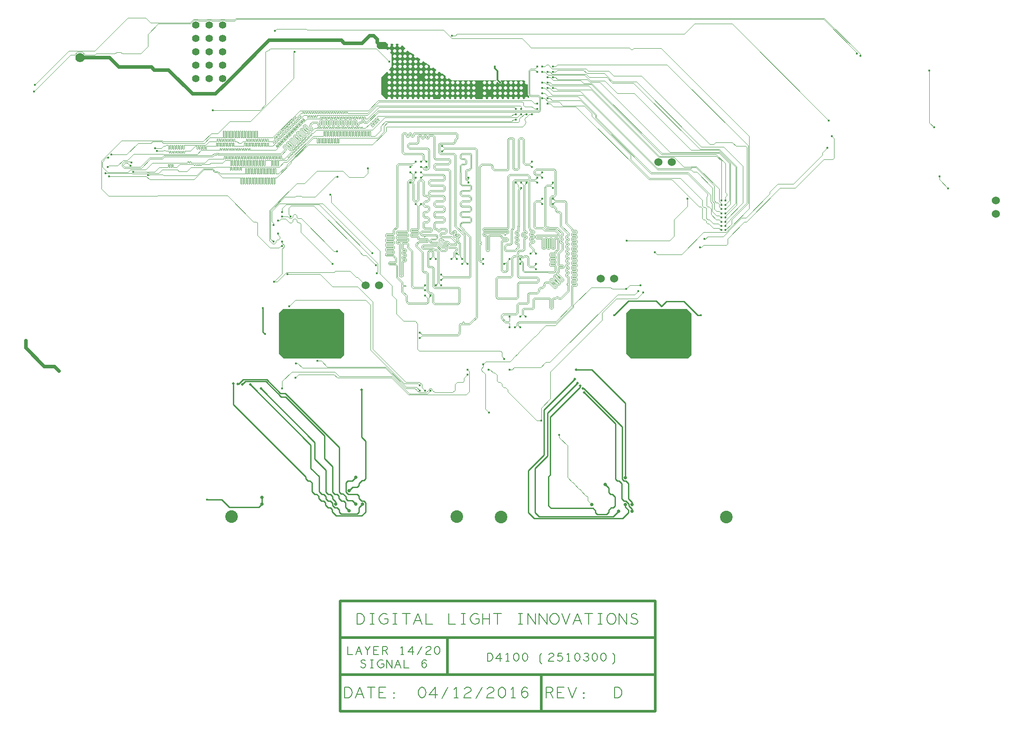
<source format=gbr>
G04 ================== begin FILE IDENTIFICATION RECORD ==================*
G04 Layout Name:  2510300_REV-D.brd*
G04 Film Name:    L14_sig5.gbr*
G04 File Format:  Gerber RS274X*
G04 File Origin:  Cadence Allegro 16.6-2015-S051*
G04 Origin Date:  Tue Apr 12 06:53:57 2016*
G04 *
G04 Layer:  VIA CLASS/L14_SIG6*
G04 Layer:  PIN/L14_SIG6*
G04 Layer:  ETCH/L14_SIG6*
G04 Layer:  DRAWING FORMAT/TITLE_BLOCK*
G04 *
G04 Offset:    (0.00 0.00)*
G04 Mirror:    No*
G04 Mode:      Positive*
G04 Rotation:  0*
G04 FullContactRelief:  No*
G04 UndefLineWidth:     0.00*
G04 ================== end FILE IDENTIFICATION RECORD ====================*
%FSLAX25Y25*MOIN*%
%IR0*IPPOS*OFA0.00000B0.00000*MIA0B0*SFA1.00000B1.00000*%
%ADD14C,.02*%
%ADD16C,.06*%
%ADD15C,.025*%
%ADD11C,.07*%
%ADD10C,.016*%
%ADD12C,.055*%
%ADD13C,.094*%
%ADD17C,.01*%
%ADD18C,.011*%
%ADD19C,.012*%
%ADD20C,.004*%
%ADD21C,.006*%
%ADD22C,.008*%
%ADD23C,.00399*%
%ADD24C,.02604*%
G75*
%LPD*%
G75*
G36*
G01X213000Y128500D02*
X209500Y132000D01*
Y162500D01*
X212500Y165500D01*
X254500D01*
X258000Y162000D01*
Y131000D01*
X255500Y128500D01*
X254204D01*
X254169Y128513D01*
G03X253231I-469J-1214D01*
G01X253196Y128500D01*
X213000D01*
G37*
G36*
G01X340606Y321978D02*
X340288Y322334D01*
X340298Y322423D01*
G03X337710Y322426I-1294J147D01*
G01X337720Y322337D01*
X337401Y321981D01*
X336667Y321983D01*
X336350Y322338D01*
X336360Y322427D01*
G03X333771Y322433I-1294J143D01*
G01X333781Y322344D01*
X333462Y321991D01*
X332733Y321993D01*
X332415Y322346D01*
X332425Y322434D01*
G03X329835Y322441I-1295J137D01*
G01X329843Y322352D01*
X329525Y322001D01*
X324861Y322012D01*
X324544Y322361D01*
X324552Y322449D01*
G03X321959Y322456I-1296J122D01*
G01X321967Y322368D01*
X321648Y322020D01*
X320926Y322022D01*
X320608Y322369D01*
X320616Y322457D01*
G03X318021Y322463I-1297J113D01*
G01X318029Y322376D01*
X317710Y322030D01*
X316990Y322032D01*
X316673Y322377D01*
X316680Y322464D01*
G03X314084Y322470I-1298J106D01*
G01X314091Y322383D01*
X313772Y322040D01*
X313054Y322041D01*
X312737Y322385D01*
X312743Y322472D01*
G03X310146Y322478I-1298J99D01*
G01X310153Y322391D01*
X309834Y322049D01*
X309118Y322051D01*
X308801Y322392D01*
X308807Y322479D01*
G03X306209Y322486I-1299J92D01*
G01X306215Y322399D01*
X305896Y322059D01*
X305182Y322061D01*
X304865Y322400D01*
X304870Y322487D01*
G03X302271Y322493I-1299J84D01*
G01X302277Y322407D01*
X301958Y322069D01*
X301246Y322071D01*
X300929Y322408D01*
X300934Y322494D01*
G03X298334Y322500I-1300J76D01*
G01X298338Y322414D01*
X298020Y322079D01*
X297309Y322080D01*
X296992Y322416D01*
X296996Y322501D01*
G03X294395Y322508I-1300J68D01*
G01X294400Y322422D01*
X294081Y322088D01*
X293373Y322090D01*
X293056Y322423D01*
X293060Y322509D01*
G03X290458Y322515I-1301J61D01*
G01X290462Y322430D01*
X290143Y322098D01*
X289400Y322100D01*
X285900Y325600D01*
Y338500D01*
X289871Y342471D01*
X290451Y342262D01*
X290463Y342136D01*
G03X291879Y343552I1296J120D01*
G01X291753Y343564D01*
X291544Y344144D01*
X292588Y345188D01*
X292595Y345194D01*
G03X292763Y345363I-835J999D01*
G01X293300Y345900D01*
Y355800D01*
X292570Y356530D01*
X292579Y356989D01*
X292642Y357047D01*
G03X290802Y358887I-883J957D01*
G01X290744Y358824D01*
X290285Y358815D01*
X289700Y359400D01*
X284000D01*
X282600Y360800D01*
Y363900D01*
X283500Y364800D01*
X283800D01*
X284000Y364600D01*
X289000D01*
X290100Y363500D01*
X290644D01*
X290895Y362924D01*
X290806Y362828D01*
G03X292712I953J-887D01*
G01X292623Y362924D01*
X292874Y363500D01*
X294581D01*
X294832Y362924D01*
X294743Y362828D01*
G03X296649I953J-887D01*
G01X296560Y362924D01*
X296811Y363500D01*
X298519D01*
X298770Y362924D01*
X298681Y362828D01*
G03X300924Y361767I953J-887D01*
G01X300941Y361890D01*
X301516Y362084D01*
X303714Y359886D01*
X303520Y359311D01*
X303397Y359294D01*
G03X304870Y357929I173J-1290D01*
G01X304877Y358045D01*
X305395Y358303D01*
X306230Y357744D01*
X306249Y357671D01*
G03X307682Y356714I1259J333D01*
G01X307757Y356724D01*
X310446Y354925D01*
X310343Y354760D01*
G03X312507Y353313I1101J-695D01*
G01X312619Y353472D01*
X314939Y351921D01*
X314903Y351346D01*
X314800Y351295D01*
G03X316681Y350037I582J-1165D01*
G01X316689Y350152D01*
X317206Y350405D01*
X318046Y349844D01*
X318066Y349773D01*
G03X319467Y348837I1252J357D01*
G01X319540Y348845D01*
X322245Y347036D01*
X322145Y346872D01*
G03X324308Y345426I1111J-679D01*
G01X324421Y345581D01*
X326729Y344037D01*
X326697Y343465D01*
X326596Y343413D01*
G03X328490Y342146I597J-1157D01*
G01X328500Y342260D01*
X329016Y342508D01*
X329865Y341941D01*
X329886Y341873D01*
G03X331252Y340960I1244J383D01*
G01X331322Y340966D01*
X334044Y339146D01*
X333947Y338983D01*
G03X336109Y337538I1119J-665D01*
G01X336222Y337690D01*
X338600Y336100D01*
X371398D01*
Y335885D01*
X371541Y335743D01*
X371282Y335439D01*
G03X371821Y334470I-760J-1057D01*
G01X371812Y334609D01*
X372405Y334878D01*
X373188Y334095D01*
X373202Y334044D01*
G03X374797Y335639I1257J338D01*
G01X374746Y335653D01*
X374546Y335853D01*
X374648Y336100D01*
X392500D01*
X393252Y335348D01*
X393137Y335208D01*
G03X394562Y333149I1007J-826D01*
G01X394659Y333182D01*
X395090Y332873D01*
Y325269D01*
X396200Y324160D01*
Y323400D01*
X395844Y323044D01*
X395331Y323116D01*
X395282Y323203D01*
G03X392850Y322423I-1138J-632D01*
G01X392861Y322334D01*
X392543Y321978D01*
X391808D01*
X391490Y322334D01*
X391501Y322423D01*
G03X388913I-1294J148D01*
G01X388924Y322334D01*
X388606Y321978D01*
X387871D01*
X387553Y322334D01*
X387564Y322423D01*
G03X384976I-1294J148D01*
G01X384987Y322334D01*
X384669Y321978D01*
X383934D01*
X383616Y322334D01*
X383627Y322423D01*
G03X381039I-1294J148D01*
G01X381050Y322334D01*
X380732Y321978D01*
X379998D01*
X379680Y322334D01*
X379690Y322423D01*
G03X377102I-1294J147D01*
G01X377112Y322334D01*
X376794Y321978D01*
X376060D01*
X375742Y322334D01*
X375753Y322423D01*
G03X373165I-1294J148D01*
G01X373176Y322334D01*
X372858Y321978D01*
X372122D01*
X371804Y322334D01*
X371815Y322423D01*
G03X369227I-1294J148D01*
G01X369238Y322334D01*
X368920Y321978D01*
X368186D01*
X367868Y322334D01*
X367879Y322423D01*
G03X365291I-1294J148D01*
G01X365302Y322334D01*
X364984Y321978D01*
X364250D01*
X363932Y322334D01*
X363942Y322423D01*
G03X361354I-1294J147D01*
G01X361364Y322334D01*
X361046Y321978D01*
X356354D01*
X356036Y322334D01*
X356046Y322423D01*
G03X353458I-1294J147D01*
G01X353468Y322334D01*
X353150Y321978D01*
X352416D01*
X352098Y322334D01*
X352109Y322423D01*
G03X349521I-1294J148D01*
G01X349532Y322334D01*
X349214Y321978D01*
X348480D01*
X348162Y322334D01*
X348173Y322423D01*
G03X345585I-1294J148D01*
G01X345596Y322334D01*
X345278Y321978D01*
X344542D01*
X344224Y322334D01*
X344235Y322423D01*
G03X341647I-1294J148D01*
G01X341658Y322334D01*
X341340Y321978D01*
X340606D01*
G37*
G36*
G01X468500Y162500D02*
X471500Y165500D01*
X513500D01*
X517000Y162000D01*
Y131000D01*
X514500Y128500D01*
X472000D01*
X468500Y132000D01*
Y162500D01*
G37*
%LPC*%
G75*
G36*
G01X315381Y343558D02*
X315382D01*
G02Y340954I0J-1302D01*
G02X315381Y343558I-1J1302D01*
G37*
G36*
G01X302268Y338318D02*
G02X304872I1302J1D01*
G02X302268I-1302J0D01*
G37*
G36*
G01X318016Y330444D02*
G02X320620I1302J1D01*
G02X318016I-1302J0D01*
G37*
G54D24*
X295696D03*
X307508Y326508D03*
X291759D03*
X303571Y330445D03*
X307508Y342256D03*
Y334382D03*
X299634Y330444D03*
X291759Y334382D03*
X295696Y342256D03*
X307508Y338319D03*
X291759Y330444D03*
X295696Y326508D03*
X303571Y334382D03*
Y326508D03*
X307508Y330445D03*
X303571Y342256D03*
X295696Y338318D03*
Y334382D03*
X299634D03*
Y326508D03*
Y338318D03*
X291759D03*
X299634Y342256D03*
X307508Y350130D03*
X303570D03*
X307508Y354066D03*
X303570D03*
X295696D03*
X299634D03*
X295696Y350130D03*
Y358004D03*
X303571Y346193D03*
X299634Y358004D03*
X307508Y346192D03*
X299634Y350130D03*
X295696Y346192D03*
X299634D03*
X319319Y338319D03*
X311445Y342256D03*
X323255Y326507D03*
X323256Y334382D03*
Y330445D03*
Y342256D03*
X315382Y326508D03*
X311445Y338319D03*
X319319Y342256D03*
X315382Y330445D03*
X311444Y334382D03*
X323256Y338318D03*
X311445Y330445D03*
Y326508D03*
X315382Y334382D03*
X319319D03*
Y326508D03*
X311444Y350130D03*
X311445Y346193D03*
X315382D03*
X319319D03*
X342941Y326508D03*
X339005D03*
X335067Y330445D03*
Y326508D03*
X327193Y330445D03*
X331130Y338318D03*
X335066Y334382D03*
X342941D03*
Y330444D03*
X339004Y334382D03*
X327193D03*
X331130Y330445D03*
Y326508D03*
X327193Y338319D03*
X331130Y334382D03*
X327192Y326508D03*
X339004Y330444D03*
X350815Y326508D03*
X354752Y334382D03*
Y330444D03*
X354753Y326508D03*
X346878Y334382D03*
X350815Y330444D03*
X346878D03*
Y326508D03*
X350815Y334382D03*
X378395Y330445D03*
Y326508D03*
X366585Y330445D03*
Y334382D03*
X362648D03*
X362647Y326508D03*
X378396Y334382D03*
X374459Y330444D03*
X370522D03*
Y326508D03*
X362648Y330444D03*
X374459Y326508D03*
X382333D03*
X386270Y330445D03*
Y334382D03*
Y326508D03*
X390207Y330445D03*
Y334382D03*
X390208Y326508D03*
X382334Y330444D03*
Y334382D03*
%LPD*%
G75*
G54D10*
X20900Y141700D03*
X34600Y122500D03*
X26668Y327632D03*
X27347Y332553D03*
X45600Y118900D03*
X82810Y264210D03*
X80070Y266570D03*
X81790Y271290D03*
X84440Y280740D03*
X82120Y278380D03*
X99530Y274830D03*
X98670Y272470D03*
X100650Y267750D03*
X111690Y265390D03*
X118300Y283400D03*
X117200Y285400D03*
X155700Y23100D03*
X160225Y313775D03*
X211900Y106000D03*
X199100Y146600D03*
X197600Y166100D03*
X205800Y185800D03*
X211850Y212402D03*
X208701Y231299D03*
X205551Y228150D03*
Y215551D03*
X208701Y221850D03*
X211850Y215551D03*
Y234449D03*
Y237598D03*
X206600Y373100D03*
X221700Y114100D03*
X222000Y124800D03*
X225000Y138000D03*
X217000D03*
X225000Y130000D03*
X217000D03*
X225000Y154500D03*
X217000D03*
X225000Y162000D03*
X217000D03*
Y146000D03*
X225000D03*
X217200Y167500D03*
X215900Y191300D03*
X218150Y234449D03*
X221000Y357300D03*
X238000Y126600D03*
X241000Y138000D03*
X249000D03*
X233000D03*
X241000Y130000D03*
X249000D03*
X233000D03*
X241000Y154500D03*
X249000D03*
X233000D03*
X241000Y162000D03*
X249000D03*
X233000D03*
X249000Y146000D03*
X241000D03*
X233000D03*
X249500Y199000D03*
X247900Y250700D03*
X252900Y208400D03*
X253000Y264000D03*
X282300Y192000D03*
X281800Y198000D03*
X279100Y207100D03*
X275900Y270400D03*
X288400Y334400D03*
X288900Y325600D03*
X291759Y350129D03*
X318518Y104408D03*
X314582Y108344D03*
Y104408D03*
Y143778D03*
Y147715D03*
X318518Y179234D03*
Y175296D03*
Y183170D03*
X315381Y243807D03*
X311444D03*
X307507Y259555D03*
X311444Y263492D03*
X307507Y267429D03*
X311444D03*
X315381Y263492D03*
Y267429D03*
Y271366D03*
Y275304D03*
X319318Y271366D03*
Y275304D03*
X311444D03*
X307507Y271366D03*
X315382Y338318D03*
X322456Y104408D03*
Y175296D03*
X326392Y183170D03*
X330330D03*
Y191044D03*
Y187108D03*
X326392Y202856D03*
X322456D03*
X331130Y283179D03*
Y287115D03*
X327192Y322570D03*
X350015Y120156D03*
Y116218D03*
X342141Y206792D03*
X350015Y198918D03*
X346078Y202856D03*
Y198918D03*
X338204Y202856D03*
X342141D03*
X350815Y263493D03*
Y259556D03*
X338600Y369400D03*
X366000Y88000D03*
X365785Y120156D03*
X361848Y124092D03*
Y202856D03*
Y198918D03*
X366585Y326508D03*
X370522Y346192D03*
X381534Y120156D03*
X377596Y128030D03*
X381534Y159548D03*
X389408D03*
X381534Y151652D03*
X385470D03*
X389408D03*
X381534Y202856D03*
X377596Y198918D03*
X389408D03*
Y202856D03*
X390208Y259555D03*
Y255618D03*
X386271Y259555D03*
X386270Y314696D03*
X390207Y310760D03*
X386270D03*
X390207Y314696D03*
X386270Y306822D03*
X374459Y334382D03*
X405000Y82000D03*
X393344Y159548D03*
X401218Y194982D03*
Y198918D03*
Y206792D03*
X397282D03*
X405956Y243807D03*
Y247744D03*
Y263492D03*
Y267429D03*
X402019Y263492D03*
Y259555D03*
X394145D03*
X398082Y271366D03*
Y275304D03*
X402018Y318634D03*
Y314696D03*
X398081Y310760D03*
X394144D03*
X405956Y330444D03*
Y334382D03*
Y322570D03*
Y326508D03*
X394144D03*
Y330444D03*
X402018Y342256D03*
Y346193D03*
X405956Y346192D03*
Y342256D03*
X418500Y71200D03*
X413830Y243807D03*
Y247744D03*
Y255618D03*
Y259555D03*
X409892Y318634D03*
Y334382D03*
Y322570D03*
Y330444D03*
X413830D03*
Y342256D03*
Y346192D03*
X409892Y342256D03*
X413830Y338318D03*
X409892D03*
X459500Y160764D03*
X475500Y130000D03*
Y138000D03*
Y146000D03*
Y162000D03*
Y154500D03*
X477500Y178800D03*
X468400Y180300D03*
X468900Y216500D03*
X491500Y138000D03*
Y130000D03*
X483500Y138000D03*
Y130000D03*
X491500Y154500D03*
Y162000D03*
Y146000D03*
X483500Y154500D03*
Y162000D03*
Y146000D03*
X494953Y167500D03*
X481173Y177627D03*
X479100Y182900D03*
X489951Y207651D03*
X499500Y138000D03*
Y130000D03*
X507500D03*
Y138000D03*
Y146000D03*
X499500Y154500D03*
Y162000D03*
Y146000D03*
X507500Y162000D03*
Y154500D03*
X524100Y160764D03*
X523510Y211510D03*
X526660Y217809D03*
X514100Y247600D03*
X539340Y224191D03*
Y230490D03*
X542490Y227340D03*
Y230490D03*
Y224191D03*
X539340Y227340D03*
X542490Y246238D03*
X539340Y236789D03*
Y246238D03*
Y239939D03*
Y243088D03*
Y233640D03*
X542490D03*
Y236789D03*
Y239939D03*
Y243088D03*
X618500Y285600D03*
X621795Y294205D03*
X619600Y306016D03*
X643000Y354300D03*
X640600Y355900D03*
X702000Y264300D03*
X698100Y300900D03*
X694383Y343417D03*
X708500Y255400D03*
G54D20*
G01X26668Y327632D02*
X54036Y355000D01*
X57061D01*
X59260Y357199D01*
X62740D01*
X64939Y355000D01*
X72061D01*
X73061Y356000D01*
X87264D01*
X88344Y357080D01*
X91576D01*
X92656Y356000D01*
X106340D01*
X111801Y361461D01*
Y370469D01*
X119531Y378199D01*
X143321D01*
X146071Y380949D01*
X148929D01*
X149578Y380300D01*
X155422D01*
X156071Y380949D01*
X158929D01*
X159578Y380300D01*
X165422D01*
X166071Y380949D01*
X168929D01*
X169578Y380300D01*
X176462D01*
X177717Y381555D01*
X615865D01*
X640600Y356820D01*
Y355900D01*
G01X27347Y332553D02*
X52794Y358000D01*
X72000D01*
X96775Y382775D01*
X110000D01*
X113800Y378975D01*
X142999D01*
X145749Y381725D01*
X149251D01*
X149576Y381400D01*
X155424D01*
X155749Y381725D01*
X159251D01*
X159576Y381400D01*
X165424D01*
X165749Y381725D01*
X169251D01*
X169576Y381400D01*
X176464D01*
X177395Y382331D01*
X616290D01*
X643000Y355621D01*
Y354300D01*
G01X211850Y212402D02*
X210809D01*
X209319Y210912D01*
X202880D01*
X193490Y220302D01*
Y229618D01*
X192598Y230510D01*
X190382D01*
X171002Y249890D01*
X119082D01*
X118902Y249710D01*
X82482D01*
X77132Y255060D01*
Y276149D01*
X92051Y291068D01*
X122390D01*
X123223Y290235D01*
X152927D01*
X159057Y296365D01*
X163765D01*
X172700Y305300D01*
X188101D01*
X220590Y337789D01*
Y356890D01*
X221000Y357300D01*
G01X291759Y350129D02*
X282088Y359800D01*
X203000D01*
X201274Y358074D01*
X200504D01*
X199626Y357196D01*
Y317926D01*
X195475Y313775D01*
X160225D01*
G01X205800Y185800D02*
X208292D01*
X215282Y192790D01*
X250782D01*
X251582Y193590D01*
X262502D01*
X267082Y189010D01*
X267990D01*
X274000Y183000D01*
G01X211850Y215551D02*
Y214510D01*
X213340Y213020D01*
Y211784D01*
X211850Y210294D01*
Y191850D01*
X205800Y185800D01*
G01X249500Y199000D02*
X225939Y222561D01*
Y228768D01*
X225067Y229640D01*
X224000D01*
X222959Y230681D01*
Y231747D01*
X221917Y232789D01*
X220681D01*
X219809Y231917D01*
Y230850D01*
X218768Y229809D01*
X217532D01*
X214552Y232789D01*
X211232D01*
X209742Y231299D01*
X208701D01*
G01X279100Y207100D02*
X242154Y244046D01*
X209891D01*
X204061Y238216D01*
Y230681D01*
X205551Y229191D01*
Y228150D01*
G01X253000Y264000D02*
X251500D01*
X236510Y249010D01*
X226700D01*
X226010Y249700D01*
X222090D01*
X221400Y249010D01*
X213754D01*
X203283Y238539D01*
Y217819D01*
X205551Y215551D01*
G01X208701Y221850D02*
Y220809D01*
X210191Y219319D01*
Y218083D01*
X209149Y217041D01*
X208083D01*
X207041Y215999D01*
Y214933D01*
X206169Y214061D01*
X204933D01*
X202505Y216489D01*
Y238862D01*
X222643Y259000D01*
X228300D01*
X237700Y268400D01*
X257200D01*
X261890Y263710D01*
X272818D01*
X275900Y266792D01*
Y270400D01*
G01X252900Y208400D02*
X250608D01*
X226049Y232959D01*
X223831D01*
X222959Y233831D01*
Y234897D01*
X221917Y235939D01*
X220681D01*
X219809Y235067D01*
Y234000D01*
X218768Y232959D01*
X217532D01*
X216042Y234449D01*
X211850D01*
G01X282300Y192000D02*
X283290Y192990D01*
Y199318D01*
X239340Y243268D01*
X214769D01*
X211850Y240349D01*
Y237598D01*
G01X206600Y373100D02*
X207850Y374350D01*
X229783D01*
X230323Y373811D01*
X332081D01*
X338582Y367310D01*
X390883D01*
X396592Y361601D01*
Y361323D01*
X397464Y360451D01*
X470741D01*
X472032Y359160D01*
X473268D01*
X474248Y360140D01*
X494468D01*
X560111Y294497D01*
Y240212D01*
X543980Y224081D01*
Y223573D01*
X543108Y222701D01*
X526294D01*
X509754Y206161D01*
X491440D01*
X489951Y207651D01*
G01X221700Y114100D02*
X224100Y116500D01*
X250600D01*
X253000Y114100D01*
X293501D01*
X306239Y101362D01*
X349077D01*
X351505Y103790D01*
Y118666D01*
X350015Y120156D01*
G01Y116218D02*
X347568Y113771D01*
Y111664D01*
X346696Y110792D01*
X342481D01*
X340651Y108962D01*
Y104747D01*
X338822Y102918D01*
X325774D01*
X323946Y104746D01*
Y105026D01*
X323074Y105898D01*
X321838D01*
X320966Y105026D01*
Y104748D01*
X319136Y102918D01*
X313964D01*
X312044Y104838D01*
Y104988D01*
X310866Y106166D01*
X304032D01*
X288930Y121268D01*
X227132D01*
X223600Y124800D01*
X222000D01*
G01X217200Y167500D02*
X221700Y172000D01*
X274000D01*
X277700Y168300D01*
Y134700D01*
X302656Y109744D01*
X313182D01*
X314582Y108344D01*
G01X218150Y234449D02*
Y234650D01*
X216660Y236140D01*
Y240768D01*
X218382Y242490D01*
X235518D01*
X269710Y208298D01*
Y207882D01*
X272282Y205310D01*
X274490D01*
X281800Y198000D01*
G01X314582Y104408D02*
X312046Y106944D01*
X304355D01*
X289253Y122046D01*
X245546D01*
X240992Y126600D01*
X238000D01*
G01X619600Y306016D02*
X547417Y378199D01*
X519531D01*
X511932Y370600D01*
X342279D01*
X341079Y369400D01*
X338600D01*
G01X366000Y88000D02*
X363338Y90662D01*
Y116836D01*
X361881Y118293D01*
X361603D01*
X360358Y119538D01*
Y120774D01*
X361848Y122264D01*
Y124092D01*
G01X365785Y120156D02*
X366886D01*
X369334Y117708D01*
X370340D01*
X371990Y116058D01*
Y111843D01*
X373041Y110792D01*
X374420D01*
X375927Y109285D01*
Y107905D01*
X376978Y106854D01*
X378359D01*
X380044Y105169D01*
Y103790D01*
X401834Y82000D01*
X405000D01*
G01X468400Y180300D02*
X458000D01*
X456810Y181490D01*
X442382D01*
X429178Y168286D01*
Y166798D01*
X415432Y153052D01*
X408512D01*
X407692Y152232D01*
Y152208D01*
X404599Y149115D01*
X404576D01*
X403756Y148295D01*
Y148145D01*
X400789Y145178D01*
X400638D01*
X399818Y144358D01*
Y144334D01*
X396815Y141331D01*
X396664D01*
X395792Y140459D01*
Y140309D01*
X392787Y137304D01*
X392764D01*
X391944Y136484D01*
Y136460D01*
X388850Y133366D01*
X388828D01*
X388008Y132546D01*
Y132523D01*
X384915Y129430D01*
X384890D01*
X384070Y128610D01*
Y128458D01*
X381712Y126100D01*
X363856D01*
X361848Y124092D01*
G01X381534Y120156D02*
X383362D01*
X384852Y121646D01*
X404690D01*
X407602Y124558D01*
Y124710D01*
X408474Y125582D01*
X411582D01*
X462000Y176000D01*
X474700D01*
X477500Y178800D01*
G01X481173Y177627D02*
X476546Y173000D01*
X461000D01*
X450500Y162500D01*
Y157000D01*
X411800Y118300D01*
Y98300D01*
X405000Y91500D01*
Y82000D01*
G01X539340Y236789D02*
X537840Y238289D01*
X535733D01*
X534000Y240022D01*
Y244700D01*
X532900Y245800D01*
Y255708D01*
X521008Y267600D01*
X518600D01*
X516900Y269300D01*
X491866D01*
X436158Y325008D01*
X413222D01*
X412330Y325900D01*
Y326178D01*
X409564Y328944D01*
X409271D01*
X407771Y330444D01*
X405956D01*
G01Y334382D02*
X407771D01*
X409271Y332882D01*
X410817D01*
X411200Y332500D01*
X411598Y332102D01*
X440396D01*
X493019Y279479D01*
X535753D01*
X539340Y275892D01*
Y246238D01*
G01X405956Y322570D02*
X407771D01*
X410207Y320134D01*
X418374D01*
X420204Y318304D01*
Y318026D01*
X421096Y317134D01*
X437174D01*
X442900Y311408D01*
Y309275D01*
X459592Y292583D01*
X471700Y280474D01*
Y277092D01*
X485692Y263100D01*
X508756D01*
X525160Y246696D01*
Y242480D01*
X526201Y241439D01*
X527268D01*
X528160Y240547D01*
Y233181D01*
X529351Y231990D01*
X530430D01*
X533430Y228990D01*
X537110D01*
X538760Y227340D01*
X539340D01*
G01Y233640D02*
X539260D01*
X537760Y235140D01*
X535732D01*
X532600Y238272D01*
Y244100D01*
X531309Y245391D01*
Y250300D01*
X514310Y267299D01*
X487093D01*
X446100Y308292D01*
Y310410D01*
X432439Y324071D01*
X410209D01*
X409271Y325008D01*
X407771Y326508D01*
X405956D01*
G01X542490Y227340D02*
Y228369D01*
X546232Y232111D01*
Y232341D01*
X558555Y244664D01*
Y286043D01*
X557523Y287075D01*
X550325D01*
X547610Y289790D01*
X535190D01*
X533910Y288510D01*
X530690D01*
X479779Y339421D01*
X459198D01*
X455619Y343000D01*
X440000D01*
X438308Y344692D01*
X413222D01*
X411451Y346463D01*
Y346743D01*
X410511Y347683D01*
X409262D01*
X407771Y346192D01*
X405956D01*
G01Y342256D02*
X407771D01*
X409494Y340533D01*
X410051Y339977D01*
X437323D01*
X441700Y335600D01*
X452500D01*
X461900Y326200D01*
X474579D01*
X516878Y283901D01*
X537609D01*
X549990Y271520D01*
Y244290D01*
X542490Y236790D01*
Y236789D01*
G01X418500Y71200D02*
Y69521D01*
X424677Y63344D01*
Y39660D01*
X428160Y36177D01*
X428394D01*
X429677Y34894D01*
Y34660D01*
X433160Y31177D01*
X433394D01*
X434677Y29894D01*
Y29533D01*
X438033Y26177D01*
X438394D01*
X439677Y24894D01*
Y22277D01*
X442727Y19227D01*
G01X539340Y224191D02*
X539109D01*
X537609Y225691D01*
X533579D01*
X530280Y228990D01*
X529201D01*
X528160Y230031D01*
Y231098D01*
X527118Y232140D01*
X526052D01*
X525010Y233182D01*
Y240547D01*
X523969Y241588D01*
X522889D01*
X502577Y261900D01*
X485379D01*
X430924Y316355D01*
X413988D01*
X411709Y318634D01*
X409892D01*
G01X542490Y246238D02*
Y248869D01*
X543590Y249969D01*
Y251231D01*
X542400Y252421D01*
Y273933D01*
X535511Y280822D01*
X494646D01*
X442587Y332881D01*
X413209D01*
X411708Y334382D01*
X409892D01*
G01X539340Y230490D02*
X537690Y232140D01*
X535583D01*
X531801Y235922D01*
Y240055D01*
X530268Y241588D01*
X529201D01*
X528319Y242470D01*
Y248998D01*
X529290Y249969D01*
Y251218D01*
X514008Y266500D01*
X486791D01*
X445300Y307991D01*
Y310109D01*
X434339Y321070D01*
X413209D01*
X411709Y322570D01*
X409892D01*
G01X539340Y239939D02*
X537691Y241588D01*
Y243696D01*
X536649Y244738D01*
X535583D01*
X533990Y246331D01*
Y257518D01*
X520618Y270890D01*
X517225D01*
X516858Y270523D01*
X491745D01*
X434103Y328165D01*
X413735D01*
X411456Y330444D01*
X409892D01*
G01X413830D02*
X415645D01*
X417145Y328944D01*
X442452D01*
X492696Y278700D01*
X504033D01*
X511432Y271301D01*
X516534D01*
X516901Y271668D01*
X520941D01*
X537691Y254918D01*
Y245766D01*
X539340Y244117D01*
Y243088D01*
G01X542490Y239939D02*
X546168Y243617D01*
Y274241D01*
X538009Y282400D01*
X501200D01*
X448779Y334821D01*
X441377D01*
X439380Y336818D01*
X417145D01*
X415645Y338318D01*
X413830D01*
G01X409892D02*
X411709D01*
X413988Y336039D01*
X434540D01*
X436879Y333700D01*
X442870D01*
X494969Y281601D01*
X537707D01*
X545390Y273918D01*
Y246190D01*
X542490Y243290D01*
Y243088D01*
G01Y230490D02*
Y231519D01*
X555565Y244594D01*
Y254546D01*
X555590Y254571D01*
Y256429D01*
X555565Y256454D01*
Y272043D01*
X541208Y286400D01*
X524600D01*
X476100Y334900D01*
X458600D01*
X452200Y341300D01*
X439012D01*
X436566Y343746D01*
X417135D01*
X415645Y342256D01*
X413830D01*
G01X542490Y224191D02*
X547010Y228711D01*
Y232018D01*
X559333Y244341D01*
Y287225D01*
X498876Y347682D01*
X417135D01*
X415645Y346192D01*
X413830D01*
G01X409892Y342256D02*
X411709D01*
X413209Y340756D01*
X438454D01*
X440910Y338300D01*
X454098D01*
X458277Y334121D01*
X473900D01*
X523321Y284700D01*
X537911D01*
X550768Y271843D01*
Y242946D01*
X542490Y234668D01*
Y233640D01*
G01X479100Y182900D02*
X471000D01*
X468400Y180300D01*
G01X468900Y216500D02*
X500908D01*
X504057Y219649D01*
Y231965D01*
X514100Y242008D01*
Y247600D01*
G01X621795Y294205D02*
X623400Y292600D01*
Y277893D01*
X622464Y276957D01*
X615878D01*
X594496Y255575D01*
X583275D01*
X558000Y230300D01*
X556519D01*
X544000Y217781D01*
Y214049D01*
X543051Y213100D01*
X526129D01*
X524539Y211510D01*
X523510D01*
G01X526660Y217809D02*
X527688D01*
X529188Y219309D01*
X540817D01*
X544758Y223250D01*
Y223758D01*
X554500Y233500D01*
X557661D01*
X575600Y251439D01*
Y252721D01*
X581604Y258725D01*
X593296D01*
X614900Y280329D01*
Y282000D01*
X618500Y285600D01*
G01X702000Y264300D02*
Y261900D01*
X708500Y255400D01*
G01X698100Y300900D02*
X694489Y304511D01*
Y343311D01*
X694383Y343417D01*
G54D11*
X61000Y353000D03*
G54D21*
G01X260667Y-86500D02*
Y-92500D01*
X264333D01*
G01X266708D02*
X269000Y-86500D01*
X271292Y-92500D01*
G01X270467Y-90400D02*
X267533D01*
G01X275500Y-92500D02*
Y-89800D01*
X273667Y-86500D01*
G01X277333D02*
X275500Y-89800D01*
G01X283833Y-92500D02*
X280167D01*
Y-86500D01*
X283833D01*
G01X282367Y-89400D02*
X280167D01*
G01X286667Y-92500D02*
Y-86500D01*
X288958D01*
X289692Y-86800D01*
X290150Y-87200D01*
X290333Y-88000D01*
X290150Y-88800D01*
X289600Y-89300D01*
X288958Y-89600D01*
X286667D01*
G01X288958D02*
X290333Y-92500D01*
G01X301500D02*
Y-86500D01*
X300400Y-87700D01*
G01Y-92500D02*
X302600D01*
G01X309100D02*
Y-86500D01*
X305708Y-90800D01*
X310292D01*
G01X312850Y-92700D02*
X316150Y-86500D01*
G01X319258Y-87500D02*
X319808Y-86900D01*
X320450Y-86600D01*
X321183Y-86500D01*
X322100Y-86700D01*
X322742Y-87200D01*
X322925Y-87800D01*
X322833Y-88400D01*
X322467Y-88900D01*
X320633Y-89900D01*
X319808Y-90600D01*
X319258Y-91600D01*
X319075Y-92500D01*
X322925D01*
G01X327500Y-86500D02*
X326767Y-86700D01*
X326217Y-87200D01*
X325850Y-87800D01*
X325575Y-88600D01*
X325483Y-89500D01*
X325575Y-90400D01*
X325850Y-91200D01*
X326217Y-91800D01*
X326767Y-92300D01*
X327500Y-92500D01*
X328233Y-92300D01*
X328783Y-91800D01*
X329150Y-91200D01*
X329425Y-90400D01*
X329517Y-89500D01*
X329425Y-88600D01*
X329150Y-87800D01*
X328783Y-87200D01*
X328233Y-86700D01*
X327500Y-86500D01*
G01X270325Y-101700D02*
X271058Y-102200D01*
X271883Y-102500D01*
X272617D01*
X273350Y-102200D01*
X273900Y-101700D01*
X274175Y-101000D01*
X273992Y-100300D01*
X273533Y-99700D01*
X272708Y-99300D01*
X271608Y-99100D01*
X270967Y-98700D01*
X270692Y-98000D01*
X270875Y-97300D01*
X271333Y-96800D01*
X271975Y-96500D01*
X272617D01*
X273258Y-96700D01*
X273808Y-97200D01*
G01X277650Y-96500D02*
X279850D01*
G01X278750D02*
Y-102500D01*
G01X277650D02*
X279850D01*
G01X285800Y-99500D02*
X287633D01*
Y-101300D01*
X287083Y-101900D01*
X286442Y-102300D01*
X285525Y-102500D01*
X284608Y-102300D01*
X283967Y-101900D01*
X283417Y-101300D01*
X283050Y-100600D01*
X282867Y-99800D01*
Y-99100D01*
X283050Y-98500D01*
X283417Y-97800D01*
X283967Y-97200D01*
X284517Y-96800D01*
X285250Y-96500D01*
X285892D01*
X286625Y-96700D01*
X287175Y-97100D01*
G01X289642Y-102500D02*
Y-96500D01*
X293858Y-102500D01*
Y-96500D01*
G01X295958Y-102500D02*
X298250Y-96500D01*
X300542Y-102500D01*
G01X299717Y-100400D02*
X296783D01*
G01X302917Y-96500D02*
Y-102500D01*
X306583D01*
G01X316008Y-100000D02*
X316650Y-99300D01*
X317200Y-98900D01*
X317933Y-98700D01*
X318575Y-98900D01*
X319033Y-99300D01*
X319400Y-99900D01*
X319492Y-100600D01*
X319400Y-101200D01*
X319033Y-101800D01*
X318483Y-102300D01*
X317842Y-102500D01*
X317108Y-102300D01*
X316467Y-101700D01*
X316100Y-100800D01*
X316008Y-99800D01*
X316192Y-98500D01*
X316467Y-97800D01*
X316925Y-97100D01*
X317567Y-96600D01*
X318208Y-96500D01*
X318850Y-96700D01*
X319308Y-97200D01*
G01X364983Y-97500D02*
Y-91500D01*
X366817D01*
X367550Y-91800D01*
X368100Y-92200D01*
X368558Y-92800D01*
X368925Y-93500D01*
X369017Y-94500D01*
X368925Y-95500D01*
X368558Y-96200D01*
X368100Y-96800D01*
X367550Y-97200D01*
X366817Y-97500D01*
X364983D01*
G01X374600D02*
Y-91500D01*
X371208Y-95800D01*
X375792D01*
G01X380000Y-97500D02*
Y-91500D01*
X378900Y-92700D01*
G01Y-97500D02*
X381100D01*
G01X386500Y-91500D02*
X385767Y-91700D01*
X385217Y-92200D01*
X384850Y-92800D01*
X384575Y-93600D01*
X384483Y-94500D01*
X384575Y-95400D01*
X384850Y-96200D01*
X385217Y-96800D01*
X385767Y-97300D01*
X386500Y-97500D01*
X387233Y-97300D01*
X387783Y-96800D01*
X388150Y-96200D01*
X388425Y-95400D01*
X388517Y-94500D01*
X388425Y-93600D01*
X388150Y-92800D01*
X387783Y-92200D01*
X387233Y-91700D01*
X386500Y-91500D01*
G01X393000D02*
X392267Y-91700D01*
X391717Y-92200D01*
X391350Y-92800D01*
X391075Y-93600D01*
X390983Y-94500D01*
X391075Y-95400D01*
X391350Y-96200D01*
X391717Y-96800D01*
X392267Y-97300D01*
X393000Y-97500D01*
X393733Y-97300D01*
X394283Y-96800D01*
X394650Y-96200D01*
X394925Y-95400D01*
X395017Y-94500D01*
X394925Y-93600D01*
X394650Y-92800D01*
X394283Y-92200D01*
X393733Y-91700D01*
X393000Y-91500D01*
G01X405542Y-99500D02*
X404625Y-98500D01*
X404167Y-97500D01*
Y-93500D01*
X404625Y-92500D01*
X405542Y-91500D01*
G01X410758Y-92500D02*
X411308Y-91900D01*
X411950Y-91600D01*
X412683Y-91500D01*
X413600Y-91700D01*
X414242Y-92200D01*
X414425Y-92800D01*
X414333Y-93400D01*
X413967Y-93900D01*
X412133Y-94900D01*
X411308Y-95600D01*
X410758Y-96600D01*
X410575Y-97500D01*
X414425D01*
G01X416983Y-96600D02*
X417533Y-97100D01*
X418175Y-97400D01*
X419000Y-97500D01*
X419825Y-97300D01*
X420467Y-96900D01*
X420925Y-96200D01*
X421017Y-95400D01*
X420833Y-94600D01*
X420375Y-94100D01*
X419733Y-93700D01*
X419092Y-93600D01*
X418450Y-93700D01*
X417625Y-94100D01*
X417900Y-91500D01*
X420375D01*
G01X425500Y-97500D02*
Y-91500D01*
X424400Y-92700D01*
G01Y-97500D02*
X426600D01*
G01X432000Y-91500D02*
X431267Y-91700D01*
X430717Y-92200D01*
X430350Y-92800D01*
X430075Y-93600D01*
X429983Y-94500D01*
X430075Y-95400D01*
X430350Y-96200D01*
X430717Y-96800D01*
X431267Y-97300D01*
X432000Y-97500D01*
X432733Y-97300D01*
X433283Y-96800D01*
X433650Y-96200D01*
X433925Y-95400D01*
X434017Y-94500D01*
X433925Y-93600D01*
X433650Y-92800D01*
X433283Y-92200D01*
X432733Y-91700D01*
X432000Y-91500D01*
G01X436483Y-96300D02*
X437033Y-97000D01*
X437767Y-97400D01*
X438592Y-97500D01*
X439325Y-97400D01*
X440058Y-96900D01*
X440517Y-96300D01*
X440608Y-95700D01*
X440425Y-95000D01*
X439783Y-94500D01*
X439142Y-94300D01*
X438317D01*
G01X439142D02*
X439692Y-94000D01*
X440150Y-93500D01*
X440333Y-92900D01*
X440150Y-92300D01*
X439692Y-91800D01*
X438867Y-91500D01*
X438042Y-91600D01*
X437217Y-92000D01*
G01X445000Y-91500D02*
X444267Y-91700D01*
X443717Y-92200D01*
X443350Y-92800D01*
X443075Y-93600D01*
X442983Y-94500D01*
X443075Y-95400D01*
X443350Y-96200D01*
X443717Y-96800D01*
X444267Y-97300D01*
X445000Y-97500D01*
X445733Y-97300D01*
X446283Y-96800D01*
X446650Y-96200D01*
X446925Y-95400D01*
X447017Y-94500D01*
X446925Y-93600D01*
X446650Y-92800D01*
X446283Y-92200D01*
X445733Y-91700D01*
X445000Y-91500D01*
G01X451500D02*
X450767Y-91700D01*
X450217Y-92200D01*
X449850Y-92800D01*
X449575Y-93600D01*
X449483Y-94500D01*
X449575Y-95400D01*
X449850Y-96200D01*
X450217Y-96800D01*
X450767Y-97300D01*
X451500Y-97500D01*
X452233Y-97300D01*
X452783Y-96800D01*
X453150Y-96200D01*
X453425Y-95400D01*
X453517Y-94500D01*
X453425Y-93600D01*
X453150Y-92800D01*
X452783Y-92200D01*
X452233Y-91700D01*
X451500Y-91500D01*
G01X458458Y-99500D02*
X459375Y-98500D01*
X459833Y-97500D01*
Y-93500D01*
X459375Y-92500D01*
X458458Y-91500D01*
G54D12*
X147500Y337500D03*
Y357500D03*
Y347500D03*
Y367500D03*
Y377500D03*
X157500Y337500D03*
Y357500D03*
Y347500D03*
Y367500D03*
Y377500D03*
X167500Y337500D03*
Y357500D03*
Y347500D03*
Y367500D03*
Y377500D03*
G54D22*
G01X258500Y-125000D02*
Y-117000D01*
X261000D01*
X262000Y-117400D01*
X262750Y-117933D01*
X263375Y-118733D01*
X263875Y-119667D01*
X264000Y-121000D01*
X263875Y-122333D01*
X263375Y-123267D01*
X262750Y-124067D01*
X262000Y-124600D01*
X261000Y-125000D01*
X258500D01*
G01X266625D02*
X269750Y-117000D01*
X272875Y-125000D01*
G01X271750Y-122200D02*
X267750D01*
G01X278250Y-117000D02*
Y-125000D01*
G01X275375Y-117000D02*
X281125D01*
G01X289250Y-125000D02*
X284250D01*
Y-117000D01*
X289250D01*
G01X287250Y-120867D02*
X284250D01*
G01X295250Y-125267D02*
X295000Y-125133D01*
Y-124867D01*
X295250Y-124733D01*
X295500Y-124867D01*
Y-125133D01*
X295250Y-125267D01*
G01Y-121667D02*
X295000Y-121533D01*
Y-121267D01*
X295250Y-121133D01*
X295500Y-121267D01*
Y-121533D01*
X295250Y-121667D01*
G01X267750Y-70000D02*
Y-62000D01*
X270250D01*
X271250Y-62400D01*
X272000Y-62933D01*
X272625Y-63733D01*
X273125Y-64667D01*
X273250Y-66000D01*
X273125Y-67333D01*
X272625Y-68267D01*
X272000Y-69067D01*
X271250Y-69600D01*
X270250Y-70000D01*
X267750D01*
G01X277500Y-62000D02*
X280500D01*
G01X279000D02*
Y-70000D01*
G01X277500D02*
X280500D01*
G01X288250Y-66000D02*
X290750D01*
Y-68400D01*
X290000Y-69200D01*
X289125Y-69733D01*
X287875Y-70000D01*
X286625Y-69733D01*
X285750Y-69200D01*
X285000Y-68400D01*
X284500Y-67467D01*
X284250Y-66400D01*
Y-65467D01*
X284500Y-64667D01*
X285000Y-63733D01*
X285750Y-62933D01*
X286500Y-62400D01*
X287500Y-62000D01*
X288375D01*
X289375Y-62267D01*
X290125Y-62800D01*
G01X294500Y-62000D02*
X297500D01*
G01X296000D02*
Y-70000D01*
G01X294500D02*
X297500D01*
G01X304500Y-62000D02*
Y-70000D01*
G01X301625Y-62000D02*
X307375D01*
G01X309875Y-70000D02*
X313000Y-62000D01*
X316125Y-70000D01*
G01X315000Y-67200D02*
X311000D01*
G01X319000Y-62000D02*
Y-70000D01*
X324000D01*
G01X336000Y-62000D02*
Y-70000D01*
X341000D01*
G01X345500Y-62000D02*
X348500D01*
G01X347000D02*
Y-70000D01*
G01X345500D02*
X348500D01*
G01X356250Y-66000D02*
X358750D01*
Y-68400D01*
X358000Y-69200D01*
X357125Y-69733D01*
X355875Y-70000D01*
X354625Y-69733D01*
X353750Y-69200D01*
X353000Y-68400D01*
X352500Y-67467D01*
X352250Y-66400D01*
Y-65467D01*
X352500Y-64667D01*
X353000Y-63733D01*
X353750Y-62933D01*
X354500Y-62400D01*
X355500Y-62000D01*
X356375D01*
X357375Y-62267D01*
X358125Y-62800D01*
G01X361375Y-70000D02*
Y-62000D01*
G01X366625D02*
Y-70000D01*
G01Y-66000D02*
X361375D01*
G01X372500Y-62000D02*
Y-70000D01*
G01X369625Y-62000D02*
X375375D01*
G01X388000D02*
X391000D01*
G01X389500D02*
Y-70000D01*
G01X388000D02*
X391000D01*
G01X395125D02*
Y-62000D01*
X400875Y-70000D01*
Y-62000D01*
G01X403625Y-70000D02*
Y-62000D01*
X409375Y-70000D01*
Y-62000D01*
G01X415000Y-70000D02*
X414000Y-69867D01*
X413125Y-69333D01*
X412375Y-68533D01*
X411875Y-67600D01*
X411625Y-66533D01*
Y-65467D01*
X411875Y-64400D01*
X412375Y-63467D01*
X413125Y-62667D01*
X414000Y-62133D01*
X415000Y-62000D01*
X416000Y-62133D01*
X416875Y-62667D01*
X417625Y-63467D01*
X418125Y-64400D01*
X418375Y-65467D01*
Y-66533D01*
X418125Y-67600D01*
X417625Y-68533D01*
X416875Y-69333D01*
X416000Y-69867D01*
X415000Y-70000D01*
G01X420375Y-62000D02*
X423500Y-70000D01*
X426625Y-62000D01*
G01X428875Y-70000D02*
X432000Y-62000D01*
X435125Y-70000D01*
G01X434000Y-67200D02*
X430000D01*
G01X440500Y-62000D02*
Y-70000D01*
G01X437625Y-62000D02*
X443375D01*
G01X447500D02*
X450500D01*
G01X449000D02*
Y-70000D01*
G01X447500D02*
X450500D01*
G01X457500D02*
X456500Y-69867D01*
X455625Y-69333D01*
X454875Y-68533D01*
X454375Y-67600D01*
X454125Y-66533D01*
Y-65467D01*
X454375Y-64400D01*
X454875Y-63467D01*
X455625Y-62667D01*
X456500Y-62133D01*
X457500Y-62000D01*
X458500Y-62133D01*
X459375Y-62667D01*
X460125Y-63467D01*
X460625Y-64400D01*
X460875Y-65467D01*
Y-66533D01*
X460625Y-67600D01*
X460125Y-68533D01*
X459375Y-69333D01*
X458500Y-69867D01*
X457500Y-70000D01*
G01X463125D02*
Y-62000D01*
X468875Y-70000D01*
Y-62000D01*
G01X471875Y-68934D02*
X472875Y-69600D01*
X474000Y-70000D01*
X475000D01*
X476000Y-69600D01*
X476750Y-68934D01*
X477125Y-68000D01*
X476875Y-67067D01*
X476250Y-66267D01*
X475125Y-65733D01*
X473625Y-65467D01*
X472750Y-64933D01*
X472375Y-64000D01*
X472625Y-63067D01*
X473250Y-62400D01*
X474125Y-62000D01*
X475000D01*
X475875Y-62267D01*
X476625Y-62933D01*
G01X316250Y-117000D02*
X315250Y-117267D01*
X314500Y-117933D01*
X314000Y-118733D01*
X313625Y-119800D01*
X313500Y-121000D01*
X313625Y-122200D01*
X314000Y-123267D01*
X314500Y-124067D01*
X315250Y-124733D01*
X316250Y-125000D01*
X317250Y-124733D01*
X318000Y-124067D01*
X318500Y-123267D01*
X318875Y-122200D01*
X319000Y-121000D01*
X318875Y-119800D01*
X318500Y-118733D01*
X318000Y-117933D01*
X317250Y-117267D01*
X316250Y-117000D01*
G01X326250Y-125000D02*
Y-117000D01*
X321625Y-122733D01*
X327875D01*
G01X331000Y-125267D02*
X335500Y-117000D01*
G01X341750Y-125000D02*
Y-117000D01*
X340250Y-118600D01*
G01Y-125000D02*
X343250D01*
G01X347875Y-118333D02*
X348625Y-117533D01*
X349500Y-117133D01*
X350500Y-117000D01*
X351750Y-117267D01*
X352625Y-117933D01*
X352875Y-118733D01*
X352750Y-119534D01*
X352250Y-120200D01*
X349750Y-121533D01*
X348625Y-122467D01*
X347875Y-123800D01*
X347625Y-125000D01*
X352875D01*
G01X356500Y-125267D02*
X361000Y-117000D01*
G01X364875Y-118333D02*
X365625Y-117533D01*
X366500Y-117133D01*
X367500Y-117000D01*
X368750Y-117267D01*
X369625Y-117933D01*
X369875Y-118733D01*
X369750Y-119534D01*
X369250Y-120200D01*
X366750Y-121533D01*
X365625Y-122467D01*
X364875Y-123800D01*
X364625Y-125000D01*
X369875D01*
G01X375750Y-117000D02*
X374750Y-117267D01*
X374000Y-117933D01*
X373500Y-118733D01*
X373125Y-119800D01*
X373000Y-121000D01*
X373125Y-122200D01*
X373500Y-123267D01*
X374000Y-124067D01*
X374750Y-124733D01*
X375750Y-125000D01*
X376750Y-124733D01*
X377500Y-124067D01*
X378000Y-123267D01*
X378375Y-122200D01*
X378500Y-121000D01*
X378375Y-119800D01*
X378000Y-118733D01*
X377500Y-117933D01*
X376750Y-117267D01*
X375750Y-117000D01*
G01X384250Y-125000D02*
Y-117000D01*
X382750Y-118600D01*
G01Y-125000D02*
X385750D01*
G01X390375Y-121667D02*
X391250Y-120733D01*
X392000Y-120200D01*
X393000Y-119933D01*
X393875Y-120200D01*
X394500Y-120733D01*
X395000Y-121533D01*
X395125Y-122467D01*
X395000Y-123267D01*
X394500Y-124067D01*
X393750Y-124733D01*
X392875Y-125000D01*
X391875Y-124733D01*
X391000Y-123934D01*
X390500Y-122733D01*
X390375Y-121400D01*
X390625Y-119667D01*
X391000Y-118733D01*
X391625Y-117800D01*
X392500Y-117133D01*
X393375Y-117000D01*
X394250Y-117267D01*
X394875Y-117933D01*
G01X408750Y-125000D02*
Y-117000D01*
X411875D01*
X412875Y-117400D01*
X413500Y-117933D01*
X413750Y-119000D01*
X413500Y-120067D01*
X412750Y-120733D01*
X411875Y-121133D01*
X408750D01*
G01X411875D02*
X413750Y-125000D01*
G01X422250D02*
X417250D01*
Y-117000D01*
X422250D01*
G01X420250Y-120867D02*
X417250D01*
G01X425125Y-117000D02*
X428250Y-125000D01*
X431375Y-117000D01*
G01X436750Y-125267D02*
X436500Y-125133D01*
Y-124867D01*
X436750Y-124733D01*
X437000Y-124867D01*
Y-125133D01*
X436750Y-125267D01*
G01Y-121667D02*
X436500Y-121533D01*
Y-121267D01*
X436750Y-121133D01*
X437000Y-121267D01*
Y-121533D01*
X436750Y-121667D01*
G01X459750Y-125000D02*
Y-117000D01*
X462250D01*
X463250Y-117400D01*
X464000Y-117933D01*
X464625Y-118733D01*
X465125Y-119667D01*
X465250Y-121000D01*
X465125Y-122333D01*
X464625Y-123267D01*
X464000Y-124067D01*
X463250Y-124600D01*
X462250Y-125000D01*
X459750D01*
G54D13*
X174000Y10500D03*
X342000D03*
X375000Y10000D03*
X543000D03*
G54D23*
G01X82810Y264210D02*
X99763D01*
X100063Y264510D01*
X110463D01*
X113088Y261885D01*
X146185D01*
X153500Y269200D01*
X159744D01*
X161536Y267408D01*
X163414D01*
X167312Y263510D01*
X180599D01*
X180827Y263282D01*
Y258928D01*
X181055Y258700D01*
X181376D01*
X181604Y258928D01*
Y263282D01*
X181832Y263510D01*
X182153D01*
X182381Y263282D01*
Y258928D01*
X182609Y258700D01*
X182930D01*
X183158Y258928D01*
Y263282D01*
X183386Y263510D01*
X183707D01*
X183935Y263282D01*
Y258928D01*
X184163Y258700D01*
X184484D01*
X184712Y258928D01*
Y263282D01*
X184940Y263510D01*
X185261D01*
X185489Y263282D01*
Y258928D01*
X185717Y258700D01*
X186038D01*
X186266Y258928D01*
Y263282D01*
X186494Y263510D01*
X186815D01*
X187043Y263282D01*
Y258928D01*
X187271Y258700D01*
X187592D01*
X187820Y258928D01*
Y263282D01*
X188048Y263510D01*
X188369D01*
X188597Y263282D01*
Y258928D01*
X188825Y258700D01*
X189146D01*
X189374Y258928D01*
Y263282D01*
X189602Y263510D01*
X189923D01*
X190151Y263282D01*
Y258928D01*
X190379Y258700D01*
X190700D01*
X190928Y258928D01*
Y263282D01*
X191156Y263510D01*
X191477D01*
X191705Y263282D01*
Y258928D01*
X191933Y258700D01*
X192254D01*
X192482Y258928D01*
Y263282D01*
X192710Y263510D01*
X193031D01*
X193259Y263282D01*
Y258928D01*
X193487Y258700D01*
X193808D01*
X194036Y258928D01*
Y263282D01*
X194264Y263510D01*
X194585D01*
X194813Y263282D01*
Y258928D01*
X195041Y258700D01*
X195362D01*
X195590Y258928D01*
Y263282D01*
X195818Y263510D01*
X196139D01*
X196367Y263282D01*
Y258928D01*
X196595Y258700D01*
X196916D01*
X197144Y258928D01*
Y263282D01*
X197372Y263510D01*
X197693D01*
X197921Y263282D01*
Y258928D01*
X198149Y258700D01*
X198470D01*
X198698Y258928D01*
Y263282D01*
X198926Y263510D01*
X199247D01*
X199475Y263282D01*
Y258928D01*
X199703Y258700D01*
X200024D01*
X200252Y258928D01*
Y263282D01*
X200480Y263510D01*
X200801D01*
X201029Y263282D01*
Y258928D01*
X201257Y258700D01*
X201578D01*
X201806Y258928D01*
Y263282D01*
X202034Y263510D01*
X202355D01*
X202583Y263282D01*
Y258928D01*
X202811Y258700D01*
X203132D01*
X203360Y258928D01*
Y263282D01*
X203588Y263510D01*
X203909D01*
X204137Y263282D01*
Y258928D01*
X204365Y258700D01*
X204686D01*
X204914Y258928D01*
Y263282D01*
X205142Y263510D01*
X205463D01*
X205691Y263282D01*
Y258928D01*
X205919Y258700D01*
X206240D01*
X206468Y258928D01*
Y263282D01*
X206696Y263510D01*
X207843D01*
X218600Y274267D01*
Y275300D01*
X231300Y288000D01*
X279200D01*
X289300Y298100D01*
Y300900D01*
X289795Y301395D01*
X390995D01*
X392654Y303054D01*
Y303503D01*
X393527Y304376D01*
Y305332D01*
X392654Y306205D01*
Y307439D01*
X393527Y308312D01*
X393803D01*
X396251Y310760D01*
X398081D01*
G01X81790Y271290D02*
X82700Y272200D01*
X89100D01*
X93310Y276410D01*
X96410D01*
X101000Y281000D01*
X123233D01*
X123448Y280785D01*
X148385D01*
X151535Y283935D01*
X165158D01*
X165386Y284163D01*
Y285172D01*
X165614Y285400D01*
X165935D01*
X166163Y285172D01*
Y284163D01*
X166391Y283935D01*
X166712D01*
X166940Y284163D01*
Y285172D01*
X167168Y285400D01*
X167489D01*
X167717Y285172D01*
Y284163D01*
X167945Y283935D01*
X168266D01*
X168494Y284163D01*
Y285172D01*
X168722Y285400D01*
X169043D01*
X169271Y285172D01*
Y284163D01*
X169499Y283935D01*
X169820D01*
X170048Y284163D01*
Y285172D01*
X170276Y285400D01*
X170597D01*
X170825Y285172D01*
Y284163D01*
X171053Y283935D01*
X171374D01*
X171602Y284163D01*
Y285172D01*
X171830Y285400D01*
X172151D01*
X172379Y285172D01*
Y284163D01*
X172607Y283935D01*
X172928D01*
X173156Y284163D01*
Y285172D01*
X173384Y285400D01*
X173705D01*
X173933Y285172D01*
Y284163D01*
X174161Y283935D01*
X174482D01*
X174710Y284163D01*
Y285172D01*
X174938Y285400D01*
X175259D01*
X175487Y285172D01*
Y284163D01*
X175715Y283935D01*
X176036D01*
X176264Y284163D01*
Y285172D01*
X176492Y285400D01*
X176813D01*
X177041Y285172D01*
Y284163D01*
X177269Y283935D01*
X177590D01*
X177818Y284163D01*
Y285172D01*
X178046Y285400D01*
X178367D01*
X178595Y285172D01*
Y284163D01*
X178823Y283935D01*
X179144D01*
X179372Y284163D01*
Y285172D01*
X179600Y285400D01*
X179921D01*
X180149Y285172D01*
Y284163D01*
X180377Y283935D01*
X180698D01*
X180926Y284163D01*
Y285172D01*
X181154Y285400D01*
X181475D01*
X181703Y285172D01*
Y284163D01*
X181931Y283935D01*
X182252D01*
X182480Y284163D01*
Y285172D01*
X182708Y285400D01*
X183029D01*
X183257Y285172D01*
Y284163D01*
X183485Y283935D01*
X183806D01*
X184034Y284163D01*
Y285172D01*
X184262Y285400D01*
X184583D01*
X184811Y285172D01*
Y284163D01*
X185039Y283935D01*
X185360D01*
X185588Y284163D01*
Y285172D01*
X185816Y285400D01*
X186137D01*
X186365Y285172D01*
Y284163D01*
X186593Y283935D01*
X186914D01*
X187142Y284163D01*
Y285172D01*
X187370Y285400D01*
X187691D01*
X187919Y285172D01*
Y284163D01*
X188147Y283935D01*
X207035D01*
X208524Y285424D01*
Y285746D01*
X207046Y287224D01*
Y287546D01*
X207274Y287774D01*
X207596D01*
X209074Y286296D01*
X209396D01*
X209624Y286524D01*
Y286846D01*
X208146Y288324D01*
Y288646D01*
X208374Y288874D01*
X208696D01*
X210174Y287396D01*
X210496D01*
X210724Y287624D01*
Y287946D01*
X209246Y289424D01*
Y289746D01*
X209474Y289974D01*
X209796D01*
X211274Y288496D01*
X211596D01*
X211824Y288724D01*
Y289046D01*
X210346Y290524D01*
Y290846D01*
X210574Y291074D01*
X210896D01*
X212374Y289596D01*
X212696D01*
X212924Y289824D01*
Y290146D01*
X211446Y291624D01*
Y291946D01*
X211674Y292174D01*
X211996D01*
X213474Y290696D01*
X213796D01*
X214024Y290924D01*
Y291246D01*
X212546Y292724D01*
Y293046D01*
X212774Y293274D01*
X213096D01*
X214574Y291796D01*
X214896D01*
X215124Y292024D01*
Y292346D01*
X213646Y293824D01*
Y294146D01*
X213874Y294374D01*
X214196D01*
X215674Y292896D01*
X215996D01*
X216224Y293124D01*
Y293446D01*
X214746Y294924D01*
Y295246D01*
X214974Y295474D01*
X215296D01*
X216774Y293996D01*
X217096D01*
X217324Y294224D01*
Y294546D01*
X215846Y296024D01*
Y296346D01*
X216074Y296574D01*
X216396D01*
X217874Y295096D01*
X218196D01*
X218424Y295324D01*
Y295646D01*
X216946Y297124D01*
Y297446D01*
X217174Y297674D01*
X217496D01*
X218974Y296196D01*
X219296D01*
X219524Y296424D01*
Y296746D01*
X218046Y298224D01*
Y298546D01*
X218274Y298774D01*
X218596D01*
X220074Y297296D01*
X220396D01*
X220624Y297524D01*
Y297846D01*
X219146Y299324D01*
Y299646D01*
X219374Y299874D01*
X219696D01*
X221174Y298396D01*
X221496D01*
X221724Y298624D01*
Y298946D01*
X220246Y300424D01*
Y300746D01*
X220474Y300974D01*
X220796D01*
X222274Y299496D01*
X222596D01*
X222824Y299724D01*
Y300046D01*
X221346Y301524D01*
Y301846D01*
X221574Y302074D01*
X221896D01*
X223374Y300596D01*
X223696D01*
X223924Y300824D01*
Y301146D01*
X222446Y302624D01*
Y302946D01*
X222674Y303174D01*
X222996D01*
X224474Y301696D01*
X224796D01*
X225024Y301924D01*
Y302246D01*
X223546Y303724D01*
Y304046D01*
X223774Y304274D01*
X224096D01*
X225574Y302796D01*
X225896D01*
X226124Y303024D01*
Y303346D01*
X224646Y304824D01*
Y305146D01*
X224874Y305374D01*
X225196D01*
X226674Y303896D01*
X226996D01*
X227224Y304124D01*
Y304446D01*
X225746Y305924D01*
Y306246D01*
X225974Y306474D01*
X226296D01*
X227774Y304996D01*
X228096D01*
X228324Y305224D01*
Y305546D01*
X226846Y307024D01*
Y307346D01*
X227074Y307574D01*
X227396D01*
X228874Y306096D01*
X229196D01*
X230600Y307500D01*
X240000D01*
X240228Y307728D01*
Y308772D01*
X240456Y309000D01*
X240777D01*
X241005Y308772D01*
Y307728D01*
X241233Y307500D01*
X241554D01*
X241782Y307728D01*
Y308772D01*
X242010Y309000D01*
X242331D01*
X242559Y308772D01*
Y307728D01*
X242787Y307500D01*
X243108D01*
X243336Y307728D01*
Y308772D01*
X243564Y309000D01*
X243885D01*
X244113Y308772D01*
Y307728D01*
X244341Y307500D01*
X244662D01*
X244890Y307728D01*
Y308772D01*
X245118Y309000D01*
X245439D01*
X245667Y308772D01*
Y307728D01*
X245895Y307500D01*
X246216D01*
X246444Y307728D01*
Y308772D01*
X246672Y309000D01*
X246993D01*
X247221Y308772D01*
Y307728D01*
X247449Y307500D01*
X247770D01*
X247998Y307728D01*
Y308772D01*
X248226Y309000D01*
X248547D01*
X248775Y308772D01*
Y307728D01*
X249003Y307500D01*
X249324D01*
X249552Y307728D01*
Y308772D01*
X249780Y309000D01*
X250101D01*
X250329Y308772D01*
Y307728D01*
X250557Y307500D01*
X250878D01*
X251106Y307728D01*
Y308772D01*
X251334Y309000D01*
X251655D01*
X251883Y308772D01*
Y307728D01*
X252111Y307500D01*
X252432D01*
X252660Y307728D01*
Y308772D01*
X252888Y309000D01*
X253209D01*
X253437Y308772D01*
Y307728D01*
X253665Y307500D01*
X253986D01*
X254214Y307728D01*
Y308772D01*
X254442Y309000D01*
X254763D01*
X254991Y308772D01*
Y307728D01*
X255219Y307500D01*
X255540D01*
X255768Y307728D01*
Y308772D01*
X255996Y309000D01*
X256317D01*
X256545Y308772D01*
Y307728D01*
X256773Y307500D01*
X257094D01*
X257322Y307728D01*
Y308772D01*
X257550Y309000D01*
X257871D01*
X258099Y308772D01*
Y307728D01*
X258327Y307500D01*
X258648D01*
X258876Y307728D01*
Y308772D01*
X259104Y309000D01*
X259425D01*
X259653Y308772D01*
Y307728D01*
X259881Y307500D01*
X260202D01*
X260430Y307728D01*
Y308772D01*
X260658Y309000D01*
X260979D01*
X261207Y308772D01*
Y307728D01*
X261435Y307500D01*
X261756D01*
X261984Y307728D01*
Y308772D01*
X262212Y309000D01*
X262533D01*
X262761Y308772D01*
Y307728D01*
X262989Y307500D01*
X263310D01*
X263538Y307728D01*
Y308772D01*
X263766Y309000D01*
X264087D01*
X264315Y308772D01*
Y307728D01*
X264543Y307500D01*
X264864D01*
X265092Y307728D01*
Y308772D01*
X265320Y309000D01*
X265641D01*
X265869Y308772D01*
Y307728D01*
X266097Y307500D01*
X266418D01*
X266646Y307728D01*
Y308772D01*
X266874Y309000D01*
X267195D01*
X267423Y308772D01*
Y307728D01*
X267651Y307500D01*
X267972D01*
X268200Y307728D01*
Y308772D01*
X268428Y309000D01*
X268749D01*
X268977Y308772D01*
Y307728D01*
X269205Y307500D01*
X269526D01*
X269754Y307728D01*
Y308772D01*
X269982Y309000D01*
X270303D01*
X270531Y308772D01*
Y307728D01*
X270759Y307500D01*
X271080D01*
X271308Y307728D01*
Y308772D01*
X271536Y309000D01*
X271857D01*
X272085Y308772D01*
Y307728D01*
X272313Y307500D01*
X272634D01*
X272862Y307728D01*
Y308772D01*
X273090Y309000D01*
X273411D01*
X273639Y308772D01*
Y307728D01*
X273867Y307500D01*
X275500D01*
X284186Y316186D01*
X385114D01*
X386270Y315030D01*
Y314696D01*
G01X84440Y280740D02*
X95940D01*
X104300Y289100D01*
X113993D01*
X115183Y290290D01*
X122067D01*
X123257Y289100D01*
X153700D01*
X157815Y293215D01*
X167593D01*
X167821Y293443D01*
Y298072D01*
X168049Y298300D01*
X168370D01*
X168598Y298072D01*
Y293443D01*
X168826Y293215D01*
X169147D01*
X169375Y293443D01*
Y298072D01*
X169603Y298300D01*
X169924D01*
X170152Y298072D01*
Y293443D01*
X170380Y293215D01*
X170701D01*
X170929Y293443D01*
Y298072D01*
X171157Y298300D01*
X171478D01*
X171706Y298072D01*
Y293443D01*
X171934Y293215D01*
X172255D01*
X172483Y293443D01*
Y298072D01*
X172711Y298300D01*
X173032D01*
X173260Y298072D01*
Y293443D01*
X173488Y293215D01*
X173809D01*
X174037Y293443D01*
Y298072D01*
X174265Y298300D01*
X174586D01*
X174814Y298072D01*
Y293443D01*
X175042Y293215D01*
X175363D01*
X175591Y293443D01*
Y298072D01*
X175819Y298300D01*
X176140D01*
X176368Y298072D01*
Y293443D01*
X176596Y293215D01*
X176917D01*
X177145Y293443D01*
Y298072D01*
X177373Y298300D01*
X177694D01*
X177922Y298072D01*
Y293443D01*
X178150Y293215D01*
X178471D01*
X178699Y293443D01*
Y298072D01*
X178927Y298300D01*
X179248D01*
X179476Y298072D01*
Y293443D01*
X179704Y293215D01*
X180025D01*
X180253Y293443D01*
Y298072D01*
X180481Y298300D01*
X180802D01*
X181030Y298072D01*
Y293443D01*
X181258Y293215D01*
X181579D01*
X181807Y293443D01*
Y298072D01*
X182035Y298300D01*
X182356D01*
X182584Y298072D01*
Y293443D01*
X182812Y293215D01*
X183133D01*
X183361Y293443D01*
Y298072D01*
X183589Y298300D01*
X183910D01*
X184138Y298072D01*
Y293443D01*
X184366Y293215D01*
X184687D01*
X184915Y293443D01*
Y298072D01*
X185143Y298300D01*
X185464D01*
X185692Y298072D01*
Y293443D01*
X185920Y293215D01*
X186241D01*
X186469Y293443D01*
Y298072D01*
X186697Y298300D01*
X187018D01*
X187246Y298072D01*
Y293443D01*
X187474Y293215D01*
X187795D01*
X188023Y293443D01*
Y298072D01*
X188251Y298300D01*
X188572D01*
X188800Y298072D01*
Y293443D01*
X189028Y293215D01*
X189349D01*
X189577Y293443D01*
Y298072D01*
X189805Y298300D01*
X190126D01*
X190354Y298072D01*
Y293443D01*
X190582Y293215D01*
X190903D01*
X191131Y293443D01*
Y298072D01*
X191359Y298300D01*
X191680D01*
X191908Y298072D01*
Y293443D01*
X192136Y293215D01*
X192457D01*
X192685Y293443D01*
Y298072D01*
X192913Y298300D01*
X193234D01*
X193462Y298072D01*
Y293443D01*
X193690Y293215D01*
X204715D01*
X225000Y313500D01*
X276000D01*
X283401Y320901D01*
X397922D01*
X400189Y318634D01*
X402018D01*
G01X386270Y310760D02*
X384442D01*
X382951Y309269D01*
X291142D01*
X291134Y309277D01*
X282977D01*
X282353Y308653D01*
Y308331D01*
X284231Y306453D01*
Y306131D01*
X284003Y305903D01*
X283681D01*
X281803Y307781D01*
X281481D01*
X281253Y307553D01*
Y307231D01*
X283131Y305353D01*
Y305031D01*
X282903Y304803D01*
X282581D01*
X280703Y306681D01*
X280381D01*
X280153Y306453D01*
Y306131D01*
X282031Y304253D01*
Y303931D01*
X281803Y303703D01*
X281481D01*
X279603Y305581D01*
X279281D01*
X279053Y305353D01*
Y305031D01*
X280931Y303153D01*
Y302831D01*
X280703Y302603D01*
X280381D01*
X278503Y304481D01*
X278181D01*
X277953Y304253D01*
Y303931D01*
X279831Y302053D01*
Y301731D01*
X279603Y301503D01*
X279281D01*
X277403Y303381D01*
X277081D01*
X273900Y300200D01*
X271780D01*
X271552Y300428D01*
Y301072D01*
X271324Y301300D01*
X271003D01*
X270775Y301072D01*
Y300428D01*
X270547Y300200D01*
X270226D01*
X269998Y300428D01*
Y301072D01*
X269770Y301300D01*
X269449D01*
X269221Y301072D01*
Y300428D01*
X268993Y300200D01*
X268672D01*
X268444Y300428D01*
Y301072D01*
X268216Y301300D01*
X267895D01*
X267667Y301072D01*
Y300428D01*
X267439Y300200D01*
X267118D01*
X266890Y300428D01*
Y301072D01*
X266662Y301300D01*
X266341D01*
X266113Y301072D01*
Y300428D01*
X265885Y300200D01*
X265564D01*
X265336Y300428D01*
Y301072D01*
X265108Y301300D01*
X264787D01*
X264559Y301072D01*
Y300428D01*
X264331Y300200D01*
X264010D01*
X263782Y300428D01*
Y301072D01*
X263554Y301300D01*
X263233D01*
X263005Y301072D01*
Y300428D01*
X262777Y300200D01*
X262456D01*
X262228Y300428D01*
Y301072D01*
X262000Y301300D01*
X261679D01*
X261451Y301072D01*
Y300428D01*
X261223Y300200D01*
X260902D01*
X260674Y300428D01*
Y301072D01*
X260446Y301300D01*
X260125D01*
X259897Y301072D01*
Y300428D01*
X259669Y300200D01*
X259348D01*
X259120Y300428D01*
Y301072D01*
X258892Y301300D01*
X258571D01*
X258343Y301072D01*
Y300428D01*
X258115Y300200D01*
X257794D01*
X257566Y300428D01*
Y301072D01*
X257338Y301300D01*
X257017D01*
X256789Y301072D01*
Y300428D01*
X256561Y300200D01*
X256240D01*
X256012Y300428D01*
Y301072D01*
X255784Y301300D01*
X255463D01*
X255235Y301072D01*
Y300428D01*
X255007Y300200D01*
X254686D01*
X254458Y300428D01*
Y301072D01*
X254230Y301300D01*
X253909D01*
X253681Y301072D01*
Y300428D01*
X253453Y300200D01*
X253132D01*
X252904Y300428D01*
Y301072D01*
X252676Y301300D01*
X252355D01*
X252127Y301072D01*
Y300428D01*
X251899Y300200D01*
X251578D01*
X251350Y300428D01*
Y301072D01*
X251122Y301300D01*
X250801D01*
X250573Y301072D01*
Y300428D01*
X250345Y300200D01*
X250024D01*
X249796Y300428D01*
Y301072D01*
X249568Y301300D01*
X249247D01*
X249019Y301072D01*
Y300428D01*
X248791Y300200D01*
X248470D01*
X248242Y300428D01*
Y301072D01*
X248014Y301300D01*
X247693D01*
X247465Y301072D01*
Y300428D01*
X247237Y300200D01*
X246916D01*
X246688Y300428D01*
Y301072D01*
X246460Y301300D01*
X246139D01*
X245911Y301072D01*
Y300428D01*
X245683Y300200D01*
X245362D01*
X245134Y300428D01*
Y301072D01*
X244906Y301300D01*
X244585D01*
X244357Y301072D01*
Y300428D01*
X244129Y300200D01*
X243808D01*
X243580Y300428D01*
Y301072D01*
X243352Y301300D01*
X243031D01*
X242803Y301072D01*
Y300428D01*
X242575Y300200D01*
X242254D01*
X242026Y300428D01*
Y301072D01*
X241798Y301300D01*
X241477D01*
X241249Y301072D01*
Y300428D01*
X241021Y300200D01*
X240700D01*
X240472Y300428D01*
Y301072D01*
X240244Y301300D01*
X239923D01*
X239695Y301072D01*
Y300428D01*
X239467Y300200D01*
X239146D01*
X238918Y300428D01*
Y301072D01*
X238690Y301300D01*
X238369D01*
X238141Y301072D01*
Y300428D01*
X237913Y300200D01*
X236100D01*
X213400Y277500D01*
X211549D01*
X211321Y277728D01*
Y279272D01*
X211093Y279500D01*
X210772D01*
X210544Y279272D01*
Y277728D01*
X210316Y277500D01*
X209995D01*
X209767Y277728D01*
Y279272D01*
X209539Y279500D01*
X209218D01*
X208990Y279272D01*
Y277728D01*
X208762Y277500D01*
X208441D01*
X208213Y277728D01*
Y279272D01*
X207985Y279500D01*
X207664D01*
X207436Y279272D01*
Y277728D01*
X207208Y277500D01*
X206887D01*
X206659Y277728D01*
Y279272D01*
X206431Y279500D01*
X206110D01*
X205882Y279272D01*
Y277728D01*
X205654Y277500D01*
X205333D01*
X205105Y277728D01*
Y279272D01*
X204877Y279500D01*
X204556D01*
X204328Y279272D01*
Y277728D01*
X204100Y277500D01*
X203779D01*
X203551Y277728D01*
Y279272D01*
X203323Y279500D01*
X203002D01*
X202774Y279272D01*
Y277728D01*
X202546Y277500D01*
X202225D01*
X201997Y277728D01*
Y279272D01*
X201769Y279500D01*
X201448D01*
X201220Y279272D01*
Y277728D01*
X200992Y277500D01*
X200671D01*
X200443Y277728D01*
Y279272D01*
X200215Y279500D01*
X199894D01*
X199666Y279272D01*
Y277728D01*
X199438Y277500D01*
X199117D01*
X198889Y277728D01*
Y279272D01*
X198661Y279500D01*
X198340D01*
X198112Y279272D01*
Y277728D01*
X197884Y277500D01*
X197563D01*
X197335Y277728D01*
Y279272D01*
X197107Y279500D01*
X196786D01*
X196558Y279272D01*
Y277728D01*
X196330Y277500D01*
X196009D01*
X195781Y277728D01*
Y279272D01*
X195553Y279500D01*
X195232D01*
X195004Y279272D01*
Y277728D01*
X194776Y277500D01*
X194455D01*
X194227Y277728D01*
Y279272D01*
X193999Y279500D01*
X193678D01*
X193450Y279272D01*
Y277728D01*
X193222Y277500D01*
X192901D01*
X192673Y277728D01*
Y279272D01*
X192445Y279500D01*
X192124D01*
X191896Y279272D01*
Y277728D01*
X191668Y277500D01*
X191347D01*
X191119Y277728D01*
Y279272D01*
X190891Y279500D01*
X190570D01*
X190342Y279272D01*
Y277728D01*
X190114Y277500D01*
X189793D01*
X189565Y277728D01*
Y279272D01*
X189337Y279500D01*
X189016D01*
X188788Y279272D01*
Y277728D01*
X188560Y277500D01*
X188239D01*
X188011Y277728D01*
Y279272D01*
X187783Y279500D01*
X187462D01*
X187234Y279272D01*
Y277728D01*
X187006Y277500D01*
X186685D01*
X186457Y277728D01*
Y279272D01*
X186229Y279500D01*
X185908D01*
X185680Y279272D01*
Y277728D01*
X185452Y277500D01*
X185131D01*
X184903Y277728D01*
Y279272D01*
X184675Y279500D01*
X184354D01*
X184126Y279272D01*
Y277728D01*
X183898Y277500D01*
X183577D01*
X183349Y277728D01*
Y279272D01*
X183121Y279500D01*
X182800D01*
X182572Y279272D01*
Y277728D01*
X182344Y277500D01*
X182023D01*
X181795Y277728D01*
Y279272D01*
X181567Y279500D01*
X181246D01*
X181018Y279272D01*
Y277728D01*
X180790Y277500D01*
X180469D01*
X180241Y277728D01*
Y279272D01*
X180013Y279500D01*
X179692D01*
X179464Y279272D01*
Y277728D01*
X179236Y277500D01*
X178915D01*
X178687Y277728D01*
Y279272D01*
X178459Y279500D01*
X178138D01*
X177910Y279272D01*
Y277728D01*
X177682Y277500D01*
X177361D01*
X177133Y277728D01*
Y279272D01*
X176905Y279500D01*
X176584D01*
X176356Y279272D01*
Y277728D01*
X176128Y277500D01*
X175807D01*
X175579Y277728D01*
Y279272D01*
X175351Y279500D01*
X175030D01*
X174802Y279272D01*
Y277728D01*
X174574Y277500D01*
X174253D01*
X174025Y277728D01*
Y279272D01*
X173797Y279500D01*
X173476D01*
X173248Y279272D01*
Y277728D01*
X173020Y277500D01*
X172699D01*
X172471Y277728D01*
Y279272D01*
X172243Y279500D01*
X171922D01*
X171694Y279272D01*
Y277728D01*
X171466Y277500D01*
X171145D01*
X170917Y277728D01*
Y279272D01*
X170689Y279500D01*
X170368D01*
X170140Y279272D01*
Y277728D01*
X169912Y277500D01*
X169591D01*
X169363Y277728D01*
Y279272D01*
X169135Y279500D01*
X168814D01*
X168586Y279272D01*
Y277728D01*
X168358Y277500D01*
X157200D01*
X154185Y274485D01*
X143949D01*
X143721Y274713D01*
Y275372D01*
X143493Y275600D01*
X143172D01*
X142944Y275372D01*
Y274713D01*
X142716Y274485D01*
X142395D01*
X142167Y274713D01*
Y275372D01*
X141939Y275600D01*
X141618D01*
X141390Y275372D01*
Y274713D01*
X141162Y274485D01*
X115278D01*
X110033Y269240D01*
X98740D01*
X96940Y267440D01*
X81960D01*
X77910Y271490D01*
Y275017D01*
X78783Y275890D01*
Y276700D01*
X80463Y278380D01*
X82120D01*
G01X80070Y266570D02*
X99723D01*
X100093Y266200D01*
X110393D01*
X111073Y266880D01*
X112307D01*
X112617Y266570D01*
X119670D01*
X122400Y269300D01*
X133643D01*
X134843Y268100D01*
X140823D01*
X143792Y271069D01*
Y271117D01*
X143840Y271165D01*
X161965D01*
X162310Y271510D01*
X172809D01*
X173037Y271282D01*
Y269328D01*
X173265Y269100D01*
X173586D01*
X173814Y269328D01*
Y271282D01*
X174042Y271510D01*
X174363D01*
X174591Y271282D01*
Y269328D01*
X174819Y269100D01*
X175140D01*
X175368Y269328D01*
Y271282D01*
X175596Y271510D01*
X175917D01*
X176145Y271282D01*
Y269328D01*
X176373Y269100D01*
X176694D01*
X176922Y269328D01*
Y271282D01*
X177150Y271510D01*
X177471D01*
X177699Y271282D01*
Y269328D01*
X177927Y269100D01*
X178248D01*
X178476Y269328D01*
Y271282D01*
X178704Y271510D01*
X179025D01*
X179253Y271282D01*
Y269328D01*
X179481Y269100D01*
X179802D01*
X180030Y269328D01*
Y271282D01*
X180258Y271510D01*
X180579D01*
X180807Y271282D01*
Y269328D01*
X181035Y269100D01*
X181356D01*
X181584Y269328D01*
Y271282D01*
X181812Y271510D01*
X209710D01*
X213100Y274900D01*
X215500D01*
X235100Y294500D01*
X242504D01*
X242732Y294728D01*
Y297872D01*
X242960Y298100D01*
X243281D01*
X243509Y297872D01*
Y294728D01*
X243737Y294500D01*
X244058D01*
X244286Y294728D01*
Y297872D01*
X244514Y298100D01*
X244835D01*
X245063Y297872D01*
Y294728D01*
X245291Y294500D01*
X245612D01*
X245840Y294728D01*
Y297872D01*
X246068Y298100D01*
X246389D01*
X246617Y297872D01*
Y294728D01*
X246845Y294500D01*
X247166D01*
X247394Y294728D01*
Y297872D01*
X247622Y298100D01*
X247943D01*
X248171Y297872D01*
Y294728D01*
X248399Y294500D01*
X248720D01*
X248948Y294728D01*
Y297872D01*
X249176Y298100D01*
X249497D01*
X249725Y297872D01*
Y294728D01*
X249953Y294500D01*
X250274D01*
X250502Y294728D01*
Y297872D01*
X250730Y298100D01*
X251051D01*
X251279Y297872D01*
Y294728D01*
X251507Y294500D01*
X251828D01*
X252056Y294728D01*
Y297872D01*
X252284Y298100D01*
X252605D01*
X252833Y297872D01*
Y294728D01*
X253061Y294500D01*
X253382D01*
X253610Y294728D01*
Y297872D01*
X253838Y298100D01*
X254159D01*
X254387Y297872D01*
Y294728D01*
X254615Y294500D01*
X254936D01*
X255164Y294728D01*
Y297872D01*
X255392Y298100D01*
X255713D01*
X255941Y297872D01*
Y294728D01*
X256169Y294500D01*
X256490D01*
X256718Y294728D01*
Y297872D01*
X256946Y298100D01*
X257267D01*
X257495Y297872D01*
Y294728D01*
X257723Y294500D01*
X258044D01*
X258272Y294728D01*
Y297872D01*
X258500Y298100D01*
X258821D01*
X259049Y297872D01*
Y294728D01*
X259277Y294500D01*
X259598D01*
X259826Y294728D01*
Y297872D01*
X260054Y298100D01*
X260375D01*
X260603Y297872D01*
Y294728D01*
X260831Y294500D01*
X261152D01*
X261380Y294728D01*
Y297872D01*
X261608Y298100D01*
X261929D01*
X262157Y297872D01*
Y294728D01*
X262385Y294500D01*
X262706D01*
X262934Y294728D01*
Y297872D01*
X263162Y298100D01*
X263483D01*
X263711Y297872D01*
Y294728D01*
X263939Y294500D01*
X264260D01*
X264488Y294728D01*
Y297872D01*
X264716Y298100D01*
X265037D01*
X265265Y297872D01*
Y294728D01*
X265493Y294500D01*
X265814D01*
X266042Y294728D01*
Y297872D01*
X266270Y298100D01*
X266591D01*
X266819Y297872D01*
Y294728D01*
X267047Y294500D01*
X267368D01*
X267596Y294728D01*
Y297872D01*
X267824Y298100D01*
X268145D01*
X268373Y297872D01*
Y294728D01*
X268601Y294500D01*
X268922D01*
X269150Y294728D01*
Y297872D01*
X269378Y298100D01*
X269699D01*
X269927Y297872D01*
Y294728D01*
X270155Y294500D01*
X270476D01*
X270704Y294728D01*
Y297872D01*
X270932Y298100D01*
X271253D01*
X271481Y297872D01*
Y294728D01*
X271709Y294500D01*
X272030D01*
X272258Y294728D01*
Y297872D01*
X272486Y298100D01*
X272807D01*
X273035Y297872D01*
Y294728D01*
X273263Y294500D01*
X273584D01*
X273812Y294728D01*
Y297872D01*
X274040Y298100D01*
X274361D01*
X274589Y297872D01*
Y294728D01*
X274817Y294500D01*
X275138D01*
X275366Y294728D01*
Y297872D01*
X275594Y298100D01*
X275915D01*
X276143Y297872D01*
Y294728D01*
X276371Y294500D01*
X276692D01*
X276920Y294728D01*
Y297872D01*
X277148Y298100D01*
X277469D01*
X277697Y297872D01*
Y294728D01*
X277925Y294500D01*
X281000D01*
X285300Y298800D01*
Y301700D01*
X288932Y305332D01*
X382951D01*
X384441Y306822D01*
X386270D01*
G01X99530Y274830D02*
X99505Y274839D01*
X99109Y275235D01*
X94235D01*
X92600Y273600D01*
Y271900D01*
X94200Y270300D01*
X106700D01*
X113600Y277200D01*
X122400D01*
X124100Y278900D01*
X160000D01*
X161600Y280500D01*
X162668D01*
X162783Y280615D01*
X164017D01*
X164132Y280500D01*
X211300D01*
X214790Y283990D01*
Y285138D01*
X213526Y286402D01*
Y286724D01*
X213754Y286952D01*
X214076D01*
X217339Y283689D01*
X218487D01*
X219302Y284504D01*
Y285652D01*
X216039Y288915D01*
Y289237D01*
X216267Y289465D01*
X216589D01*
X219852Y286202D01*
X221000D01*
X221815Y287017D01*
Y288165D01*
X218552Y291428D01*
Y291750D01*
X218780Y291978D01*
X219102D01*
X222365Y288715D01*
X223513D01*
X224328Y289530D01*
Y290678D01*
X221065Y293941D01*
Y294263D01*
X221293Y294491D01*
X221615D01*
X224878Y291228D01*
X226026D01*
X226841Y292043D01*
Y293191D01*
X223578Y296454D01*
Y296776D01*
X223806Y297004D01*
X224128D01*
X227391Y293741D01*
X228539D01*
X229354Y294556D01*
Y295704D01*
X226091Y298967D01*
Y299289D01*
X226319Y299517D01*
X226641D01*
X229904Y296254D01*
X231052D01*
X231867Y297069D01*
Y298217D01*
X228604Y301480D01*
Y301802D01*
X228832Y302030D01*
X229154D01*
X232417Y298767D01*
X233565D01*
X234380Y299582D01*
Y300730D01*
X233116Y301994D01*
Y302316D01*
X234701Y303901D01*
X237774D01*
X238002Y303673D01*
Y302913D01*
X238815Y302100D01*
X239964D01*
X240777Y302913D01*
Y305474D01*
X241005Y305702D01*
X241326D01*
X241554Y305474D01*
Y302913D01*
X242367Y302100D01*
X243516D01*
X244329Y302913D01*
Y305474D01*
X244557Y305702D01*
X244878D01*
X245106Y305474D01*
Y302913D01*
X245919Y302100D01*
X247068D01*
X247881Y302913D01*
Y305474D01*
X248109Y305702D01*
X248430D01*
X248658Y305474D01*
Y302913D01*
X249471Y302100D01*
X250620D01*
X251433Y302913D01*
Y305474D01*
X251661Y305702D01*
X251982D01*
X252210Y305474D01*
Y302913D01*
X253023Y302100D01*
X254172D01*
X254985Y302913D01*
Y305474D01*
X255213Y305702D01*
X255534D01*
X255762Y305474D01*
Y302913D01*
X256575Y302100D01*
X257724D01*
X258537Y302913D01*
Y305474D01*
X258765Y305702D01*
X259086D01*
X259314Y305474D01*
Y302913D01*
X260127Y302100D01*
X261276D01*
X262089Y302913D01*
Y305474D01*
X262317Y305702D01*
X262638D01*
X262866Y305474D01*
Y302913D01*
X263679Y302100D01*
X264828D01*
X265641Y302913D01*
Y305474D01*
X265869Y305702D01*
X266190D01*
X266418Y305474D01*
Y302913D01*
X267231Y302100D01*
X268380D01*
X269193Y302913D01*
Y303673D01*
X269421Y303901D01*
X270878D01*
X271691Y304714D01*
Y305373D01*
X271919Y305601D01*
X272240D01*
X272468Y305373D01*
Y304714D01*
X273281Y303901D01*
X275201D01*
X283701Y312401D01*
X403331D01*
X404466Y313536D01*
Y323664D01*
X403231Y324899D01*
X397583D01*
X396591Y325891D01*
Y342872D01*
X397465Y343746D01*
X400528D01*
X402018Y342256D01*
G01X98670Y272470D02*
X98215Y272636D01*
X96950Y273901D01*
X96032Y274236D01*
X94649D01*
X93599Y273186D01*
Y272314D01*
X94614Y271299D01*
X106286D01*
X113186Y278199D01*
X121986D01*
X123686Y279899D01*
X159586D01*
X161186Y281499D01*
X162254D01*
X162369Y281614D01*
X164431D01*
X164546Y281499D01*
X210886D01*
X213791Y284404D01*
Y284724D01*
X212527Y285988D01*
Y287138D01*
X213340Y287951D01*
X214490D01*
X217753Y284688D01*
X218073D01*
X218303Y284918D01*
Y285238D01*
X215040Y288501D01*
Y289651D01*
X215853Y290464D01*
X217003D01*
X220266Y287201D01*
X220586D01*
X220816Y287431D01*
Y287751D01*
X217553Y291014D01*
Y292164D01*
X218366Y292977D01*
X219516D01*
X222779Y289714D01*
X223099D01*
X223329Y289944D01*
Y290264D01*
X220066Y293527D01*
Y294677D01*
X220879Y295490D01*
X222029D01*
X225292Y292227D01*
X225612D01*
X225842Y292457D01*
Y292777D01*
X222579Y296040D01*
Y297190D01*
X223392Y298003D01*
X224542D01*
X227805Y294740D01*
X228125D01*
X228355Y294970D01*
Y295290D01*
X225092Y298553D01*
Y299703D01*
X225905Y300516D01*
X227055D01*
X230318Y297253D01*
X230638D01*
X230868Y297483D01*
Y297803D01*
X227605Y301066D01*
Y302216D01*
X228418Y303029D01*
X229568D01*
X232831Y299766D01*
X233151D01*
X233381Y299996D01*
Y300316D01*
X232117Y301580D01*
Y302730D01*
X234287Y304900D01*
X238188D01*
X239001Y304087D01*
Y303327D01*
X239229Y303099D01*
X239550D01*
X239778Y303327D01*
Y305888D01*
X240591Y306701D01*
X241740D01*
X242553Y305888D01*
Y303327D01*
X242781Y303099D01*
X243102D01*
X243330Y303327D01*
Y305888D01*
X244143Y306701D01*
X245292D01*
X246105Y305888D01*
Y303327D01*
X246333Y303099D01*
X246654D01*
X246882Y303327D01*
Y305888D01*
X247695Y306701D01*
X248844D01*
X249657Y305888D01*
Y303327D01*
X249885Y303099D01*
X250206D01*
X250434Y303327D01*
Y305888D01*
X251247Y306701D01*
X252396D01*
X253209Y305888D01*
Y303327D01*
X253437Y303099D01*
X253758D01*
X253986Y303327D01*
Y305888D01*
X254799Y306701D01*
X255948D01*
X256761Y305888D01*
Y303327D01*
X256989Y303099D01*
X257310D01*
X257538Y303327D01*
Y305888D01*
X258351Y306701D01*
X259500D01*
X260313Y305888D01*
Y303327D01*
X260541Y303099D01*
X260862D01*
X261090Y303327D01*
Y305888D01*
X261903Y306701D01*
X263052D01*
X263865Y305888D01*
Y303327D01*
X264093Y303099D01*
X264414D01*
X264642Y303327D01*
Y305888D01*
X265455Y306701D01*
X266604D01*
X267417Y305888D01*
Y303327D01*
X267645Y303099D01*
X267966D01*
X268194Y303327D01*
Y304087D01*
X269007Y304900D01*
X270464D01*
X270692Y305128D01*
Y305787D01*
X271505Y306600D01*
X272654D01*
X273467Y305787D01*
Y305128D01*
X273695Y304900D01*
X274787D01*
X282994Y313108D01*
X283086Y313200D01*
X403000D01*
X403667Y313867D01*
Y323333D01*
X402900Y324100D01*
X397252D01*
X395792Y325560D01*
Y343203D01*
X397134Y344545D01*
X400370D01*
X402018Y346193D01*
G01X100650Y267750D02*
X116850D01*
X120100Y271000D01*
X126486D01*
X126714Y271228D01*
Y273272D01*
X126942Y273500D01*
X127263D01*
X127491Y273272D01*
Y271228D01*
X127719Y271000D01*
X128040D01*
X128268Y271228D01*
Y273272D01*
X128496Y273500D01*
X128817D01*
X129045Y273272D01*
Y271228D01*
X129273Y271000D01*
X129594D01*
X129822Y271228D01*
Y273272D01*
X130050Y273500D01*
X130371D01*
X130599Y273272D01*
Y271228D01*
X130827Y271000D01*
X133100D01*
X135300Y273200D01*
X145892D01*
X146120Y272972D01*
Y272828D01*
X146348Y272600D01*
X146669D01*
X146897Y272828D01*
Y272972D01*
X147125Y273200D01*
X147446D01*
X147674Y272972D01*
Y272828D01*
X147902Y272600D01*
X148223D01*
X148451Y272828D01*
Y272972D01*
X148679Y273200D01*
X149000D01*
X149228Y272972D01*
Y272828D01*
X149456Y272600D01*
X149777D01*
X150005Y272828D01*
Y272972D01*
X150233Y273200D01*
X150554D01*
X150782Y272972D01*
Y272828D01*
X151010Y272600D01*
X151331D01*
X151559Y272828D01*
Y272972D01*
X151787Y273200D01*
X157600D01*
X158885Y274485D01*
X167485D01*
X169500Y276500D01*
X173157D01*
X173385Y276272D01*
Y272728D01*
X173613Y272500D01*
X173934D01*
X174162Y272728D01*
Y276272D01*
X174390Y276500D01*
X174711D01*
X174939Y276272D01*
Y272728D01*
X175167Y272500D01*
X175488D01*
X175716Y272728D01*
Y276272D01*
X175944Y276500D01*
X176265D01*
X176493Y276272D01*
Y272728D01*
X176721Y272500D01*
X177042D01*
X177270Y272728D01*
Y276272D01*
X177498Y276500D01*
X177819D01*
X178047Y276272D01*
Y272728D01*
X178275Y272500D01*
X178596D01*
X178824Y272728D01*
Y276272D01*
X179052Y276500D01*
X179373D01*
X179601Y276272D01*
Y272728D01*
X179829Y272500D01*
X180150D01*
X180378Y272728D01*
Y276272D01*
X180606Y276500D01*
X180927D01*
X181155Y276272D01*
Y272728D01*
X181383Y272500D01*
X181704D01*
X181932Y272728D01*
Y276272D01*
X182160Y276500D01*
X182481D01*
X182709Y276272D01*
Y272728D01*
X182937Y272500D01*
X183258D01*
X183486Y272728D01*
Y276272D01*
X183714Y276500D01*
X184035D01*
X184263Y276272D01*
Y272728D01*
X184491Y272500D01*
X184812D01*
X185040Y272728D01*
Y276272D01*
X185268Y276500D01*
X185589D01*
X185817Y276272D01*
Y272728D01*
X186045Y272500D01*
X186366D01*
X186594Y272728D01*
Y276272D01*
X186822Y276500D01*
X187143D01*
X187371Y276272D01*
Y272728D01*
X187599Y272500D01*
X187920D01*
X188148Y272728D01*
Y276272D01*
X188376Y276500D01*
X188697D01*
X188925Y276272D01*
Y272728D01*
X189153Y272500D01*
X189474D01*
X189702Y272728D01*
Y276272D01*
X189930Y276500D01*
X190251D01*
X190479Y276272D01*
Y272728D01*
X190707Y272500D01*
X191028D01*
X191256Y272728D01*
Y276272D01*
X191484Y276500D01*
X191805D01*
X192033Y276272D01*
Y272728D01*
X192261Y272500D01*
X192582D01*
X192810Y272728D01*
Y276272D01*
X193038Y276500D01*
X193359D01*
X193587Y276272D01*
Y272728D01*
X193815Y272500D01*
X194136D01*
X194364Y272728D01*
Y276272D01*
X194592Y276500D01*
X194913D01*
X195141Y276272D01*
Y272728D01*
X195369Y272500D01*
X195690D01*
X195918Y272728D01*
Y276272D01*
X196146Y276500D01*
X196467D01*
X196695Y276272D01*
Y272728D01*
X196923Y272500D01*
X197244D01*
X197472Y272728D01*
Y276272D01*
X197700Y276500D01*
X198021D01*
X198249Y276272D01*
Y272728D01*
X198477Y272500D01*
X198798D01*
X199026Y272728D01*
Y276272D01*
X199254Y276500D01*
X203490D01*
X203718Y276272D01*
Y272528D01*
X203946Y272300D01*
X204267D01*
X204495Y272528D01*
Y276272D01*
X204723Y276500D01*
X205044D01*
X205272Y276272D01*
Y272528D01*
X205500Y272300D01*
X205821D01*
X206049Y272528D01*
Y276272D01*
X206277Y276500D01*
X206598D01*
X206826Y276272D01*
Y272528D01*
X207054Y272300D01*
X207375D01*
X207603Y272528D01*
Y276272D01*
X207831Y276500D01*
X208152D01*
X208380Y276272D01*
Y272528D01*
X208608Y272300D01*
X208929D01*
X209157Y272528D01*
Y276272D01*
X209385Y276500D01*
X215100D01*
X216326Y277726D01*
Y278048D01*
X215998Y278376D01*
Y278698D01*
X216226Y278926D01*
X216548D01*
X216876Y278598D01*
X217198D01*
X217426Y278826D01*
Y279148D01*
X217098Y279476D01*
Y279798D01*
X217326Y280026D01*
X217648D01*
X217976Y279698D01*
X218298D01*
X218526Y279926D01*
Y280248D01*
X218198Y280576D01*
Y280898D01*
X218426Y281126D01*
X218748D01*
X219076Y280798D01*
X219398D01*
X219626Y281026D01*
Y281348D01*
X219298Y281676D01*
Y281998D01*
X219526Y282226D01*
X219848D01*
X220176Y281898D01*
X220498D01*
X220726Y282126D01*
Y282448D01*
X220398Y282776D01*
Y283098D01*
X220626Y283326D01*
X220948D01*
X221276Y282998D01*
X221598D01*
X221826Y283226D01*
Y283548D01*
X221498Y283876D01*
Y284198D01*
X221726Y284426D01*
X222048D01*
X222376Y284098D01*
X222698D01*
X222926Y284326D01*
Y284648D01*
X222598Y284976D01*
Y285298D01*
X222826Y285526D01*
X223148D01*
X223476Y285198D01*
X223798D01*
X224026Y285426D01*
Y285748D01*
X223698Y286076D01*
Y286398D01*
X223926Y286626D01*
X224248D01*
X224576Y286298D01*
X224898D01*
X225126Y286526D01*
Y286848D01*
X224798Y287176D01*
Y287498D01*
X225026Y287726D01*
X225348D01*
X225676Y287398D01*
X225998D01*
X226226Y287626D01*
Y287948D01*
X225898Y288276D01*
Y288598D01*
X226126Y288826D01*
X226448D01*
X226776Y288498D01*
X227098D01*
X227326Y288726D01*
Y289048D01*
X226998Y289376D01*
Y289698D01*
X227226Y289926D01*
X227548D01*
X227876Y289598D01*
X228198D01*
X228426Y289826D01*
Y290148D01*
X228098Y290476D01*
Y290798D01*
X228326Y291026D01*
X228648D01*
X228976Y290698D01*
X229298D01*
X229526Y290926D01*
Y291248D01*
X229198Y291576D01*
Y291898D01*
X229426Y292126D01*
X229748D01*
X230076Y291798D01*
X230398D01*
X230626Y292026D01*
Y292348D01*
X230298Y292676D01*
Y292998D01*
X230526Y293226D01*
X230848D01*
X231176Y292898D01*
X231498D01*
X231726Y293126D01*
Y293448D01*
X231398Y293776D01*
Y294098D01*
X231626Y294326D01*
X231948D01*
X232276Y293998D01*
X232598D01*
X232826Y294226D01*
Y294548D01*
X232498Y294876D01*
Y295198D01*
X232726Y295426D01*
X233048D01*
X233376Y295098D01*
X233698D01*
X233926Y295326D01*
Y295648D01*
X233598Y295976D01*
Y296298D01*
X233826Y296526D01*
X234148D01*
X234476Y296198D01*
X234798D01*
X237600Y299000D01*
X279000D01*
X288500Y308500D01*
X290812D01*
X290820Y308492D01*
X387092D01*
X389360Y310760D01*
X390207D01*
G01X111690Y265390D02*
X112698D01*
X112858Y265550D01*
X122933D01*
X123448Y265035D01*
X148236D01*
X153178Y269977D01*
X160066D01*
X161858Y268185D01*
X163736D01*
X165721Y266200D01*
X176593D01*
X176883Y266490D01*
X178117D01*
X178407Y266200D01*
X184216D01*
X184444Y266428D01*
Y270272D01*
X184672Y270500D01*
X184993D01*
X185221Y270272D01*
Y266428D01*
X185449Y266200D01*
X185770D01*
X185998Y266428D01*
Y270272D01*
X186226Y270500D01*
X186547D01*
X186775Y270272D01*
Y266428D01*
X187003Y266200D01*
X187324D01*
X187552Y266428D01*
Y270272D01*
X187780Y270500D01*
X188101D01*
X188329Y270272D01*
Y266428D01*
X188557Y266200D01*
X188878D01*
X189106Y266428D01*
Y270272D01*
X189334Y270500D01*
X189655D01*
X189883Y270272D01*
Y266428D01*
X190111Y266200D01*
X190432D01*
X190660Y266428D01*
Y270272D01*
X190888Y270500D01*
X191209D01*
X191437Y270272D01*
Y266428D01*
X191665Y266200D01*
X191986D01*
X192214Y266428D01*
Y270272D01*
X192442Y270500D01*
X192763D01*
X192991Y270272D01*
Y266428D01*
X193219Y266200D01*
X193540D01*
X193768Y266428D01*
Y270272D01*
X193996Y270500D01*
X194317D01*
X194545Y270272D01*
Y266428D01*
X194773Y266200D01*
X195094D01*
X195322Y266428D01*
Y270272D01*
X195550Y270500D01*
X195871D01*
X196099Y270272D01*
Y266428D01*
X196327Y266200D01*
X196648D01*
X196876Y266428D01*
Y270272D01*
X197104Y270500D01*
X197425D01*
X197653Y270272D01*
Y266428D01*
X197881Y266200D01*
X198202D01*
X198430Y266428D01*
Y270272D01*
X198658Y270500D01*
X198979D01*
X199207Y270272D01*
Y266428D01*
X199435Y266200D01*
X199756D01*
X199984Y266428D01*
Y270272D01*
X200212Y270500D01*
X200533D01*
X200761Y270272D01*
Y266428D01*
X200989Y266200D01*
X201310D01*
X201538Y266428D01*
Y270272D01*
X201766Y270500D01*
X202087D01*
X202315Y270272D01*
Y266428D01*
X202543Y266200D01*
X202864D01*
X203092Y266428D01*
Y270272D01*
X203320Y270500D01*
X203641D01*
X203869Y270272D01*
Y266428D01*
X204097Y266200D01*
X204418D01*
X204646Y266428D01*
Y270272D01*
X204874Y270500D01*
X205195D01*
X205423Y270272D01*
Y266428D01*
X205651Y266200D01*
X205972D01*
X206200Y266428D01*
Y270272D01*
X206428Y270500D01*
X206749D01*
X206977Y270272D01*
Y266428D01*
X207205Y266200D01*
X209200D01*
X214510Y271510D01*
X214517D01*
X215390Y272383D01*
Y273189D01*
X235201Y293000D01*
X237704D01*
X237932Y292772D01*
Y289428D01*
X238160Y289200D01*
X238481D01*
X238709Y289428D01*
Y292772D01*
X238937Y293000D01*
X239258D01*
X239486Y292772D01*
Y289428D01*
X239714Y289200D01*
X240035D01*
X240263Y289428D01*
Y292772D01*
X240491Y293000D01*
X240812D01*
X241040Y292772D01*
Y289428D01*
X241268Y289200D01*
X241589D01*
X241817Y289428D01*
Y292772D01*
X242045Y293000D01*
X242366D01*
X242594Y292772D01*
Y289428D01*
X242822Y289200D01*
X243143D01*
X243371Y289428D01*
Y292772D01*
X243599Y293000D01*
X243920D01*
X244148Y292772D01*
Y289428D01*
X244376Y289200D01*
X244697D01*
X244925Y289428D01*
Y292772D01*
X245153Y293000D01*
X245474D01*
X245702Y292772D01*
Y289428D01*
X245930Y289200D01*
X246251D01*
X246479Y289428D01*
Y292772D01*
X246707Y293000D01*
X247028D01*
X247256Y292772D01*
Y289428D01*
X247484Y289200D01*
X247805D01*
X248033Y289428D01*
Y292772D01*
X248261Y293000D01*
X248582D01*
X248810Y292772D01*
Y289428D01*
X249038Y289200D01*
X249359D01*
X249587Y289428D01*
Y292772D01*
X249815Y293000D01*
X250136D01*
X250364Y292772D01*
Y289428D01*
X250592Y289200D01*
X250913D01*
X251141Y289428D01*
Y292772D01*
X251369Y293000D01*
X251690D01*
X251918Y292772D01*
Y289428D01*
X252146Y289200D01*
X252467D01*
X252695Y289428D01*
Y292772D01*
X252923Y293000D01*
X253244D01*
X253472Y292772D01*
Y289428D01*
X253700Y289200D01*
X254021D01*
X254249Y289428D01*
Y292772D01*
X254477Y293000D01*
X283000D01*
X287700Y297700D01*
Y301800D01*
X290455Y304555D01*
X387655D01*
X388718Y305618D01*
Y307439D01*
X389591Y308312D01*
X389866D01*
X392314Y310760D01*
X394144D01*
G01X118300Y283400D02*
X123083D01*
X123448Y283765D01*
X124682D01*
X125047Y283400D01*
X127181D01*
X127409Y283172D01*
Y281928D01*
X127637Y281700D01*
X127958D01*
X128186Y281928D01*
Y283172D01*
X128414Y283400D01*
X128735D01*
X128963Y283172D01*
Y281928D01*
X129191Y281700D01*
X129512D01*
X129740Y281928D01*
Y283172D01*
X129968Y283400D01*
X130289D01*
X130517Y283172D01*
Y281928D01*
X130745Y281700D01*
X131066D01*
X131294Y281928D01*
Y283172D01*
X131522Y283400D01*
X131843D01*
X132071Y283172D01*
Y281928D01*
X132299Y281700D01*
X132620D01*
X132848Y281928D01*
Y283172D01*
X133076Y283400D01*
X133397D01*
X133625Y283172D01*
Y281928D01*
X133853Y281700D01*
X134174D01*
X134402Y281928D01*
Y283172D01*
X134630Y283400D01*
X134951D01*
X135179Y283172D01*
Y281928D01*
X135407Y281700D01*
X135728D01*
X135956Y281928D01*
Y283172D01*
X136184Y283400D01*
X136505D01*
X136733Y283172D01*
Y281928D01*
X136961Y281700D01*
X137282D01*
X137510Y281928D01*
Y283172D01*
X137738Y283400D01*
X138059D01*
X138287Y283172D01*
Y281928D01*
X138515Y281700D01*
X138836D01*
X139064Y281928D01*
Y283172D01*
X139292Y283400D01*
X143600D01*
X147115Y286915D01*
X148048D01*
X148276Y286687D01*
Y284940D01*
X148504Y284712D01*
X148825D01*
X149053Y284940D01*
Y286687D01*
X149281Y286915D01*
X149602D01*
X149830Y286687D01*
Y284940D01*
X150058Y284712D01*
X150379D01*
X150607Y284940D01*
Y286687D01*
X150835Y286915D01*
X151156D01*
X151384Y286687D01*
Y284940D01*
X151612Y284712D01*
X151933D01*
X152161Y284940D01*
Y286687D01*
X152389Y286915D01*
X152710D01*
X152938Y286687D01*
Y284940D01*
X153166Y284712D01*
X153487D01*
X153715Y284940D01*
Y286687D01*
X153943Y286915D01*
X154264D01*
X154492Y286687D01*
Y284940D01*
X154720Y284712D01*
X155041D01*
X155269Y284940D01*
Y286687D01*
X155497Y286915D01*
X160292D01*
X160307Y286900D01*
X162446D01*
X162674Y287128D01*
Y289295D01*
X162902Y289523D01*
X163223D01*
X163451Y289295D01*
Y287128D01*
X163679Y286900D01*
X164000D01*
X164228Y287128D01*
Y289295D01*
X164456Y289523D01*
X164777D01*
X165005Y289295D01*
Y287128D01*
X165233Y286900D01*
X165554D01*
X165782Y287128D01*
Y289295D01*
X166010Y289523D01*
X166331D01*
X166559Y289295D01*
Y287128D01*
X166787Y286900D01*
X167108D01*
X167336Y287128D01*
Y289295D01*
X167564Y289523D01*
X167885D01*
X168113Y289295D01*
Y287128D01*
X168341Y286900D01*
X168662D01*
X168890Y287128D01*
Y289295D01*
X169118Y289523D01*
X169439D01*
X169667Y289295D01*
Y287128D01*
X169895Y286900D01*
X170216D01*
X170444Y287128D01*
Y289295D01*
X170672Y289523D01*
X170993D01*
X171221Y289295D01*
Y287128D01*
X171449Y286900D01*
X171770D01*
X171998Y287128D01*
Y289295D01*
X172226Y289523D01*
X172547D01*
X172775Y289295D01*
Y287128D01*
X173003Y286900D01*
X173324D01*
X173552Y287128D01*
Y289295D01*
X173780Y289523D01*
X174101D01*
X174329Y289295D01*
Y287128D01*
X174557Y286900D01*
X174878D01*
X175106Y287128D01*
Y289295D01*
X175334Y289523D01*
X175655D01*
X175883Y289295D01*
Y287128D01*
X176111Y286900D01*
X183382D01*
X183610Y287128D01*
Y289272D01*
X183838Y289500D01*
X184159D01*
X184387Y289272D01*
Y287128D01*
X184615Y286900D01*
X184936D01*
X185164Y287128D01*
Y289272D01*
X185392Y289500D01*
X185713D01*
X185941Y289272D01*
Y287128D01*
X186169Y286900D01*
X186490D01*
X186718Y287128D01*
Y289272D01*
X186946Y289500D01*
X187267D01*
X187495Y289272D01*
Y287128D01*
X187723Y286900D01*
X188044D01*
X188272Y287128D01*
Y289272D01*
X188500Y289500D01*
X188821D01*
X189049Y289272D01*
Y287128D01*
X189277Y286900D01*
X189598D01*
X189826Y287128D01*
Y289272D01*
X190054Y289500D01*
X190375D01*
X190603Y289272D01*
Y287128D01*
X190831Y286900D01*
X191152D01*
X191380Y287128D01*
Y289272D01*
X191608Y289500D01*
X191929D01*
X192157Y289272D01*
Y287128D01*
X192385Y286900D01*
X192706D01*
X192934Y287128D01*
Y289272D01*
X193162Y289500D01*
X193483D01*
X193711Y289272D01*
Y287128D01*
X193939Y286900D01*
X194260D01*
X194488Y287128D01*
Y289272D01*
X194716Y289500D01*
X195037D01*
X195265Y289272D01*
Y287128D01*
X195493Y286900D01*
X195814D01*
X196042Y287128D01*
Y289272D01*
X196270Y289500D01*
X196591D01*
X196819Y289272D01*
Y287128D01*
X197047Y286900D01*
X197368D01*
X197596Y287128D01*
Y289272D01*
X197824Y289500D01*
X198145D01*
X198373Y289272D01*
Y287128D01*
X198601Y286900D01*
X198922D01*
X199150Y287128D01*
Y289272D01*
X199378Y289500D01*
X199699D01*
X199927Y289272D01*
Y287128D01*
X200155Y286900D01*
X200476D01*
X200704Y287128D01*
Y289272D01*
X200932Y289500D01*
X201253D01*
X201481Y289272D01*
Y287128D01*
X201709Y286900D01*
X204900D01*
X206130Y288130D01*
Y288452D01*
X205252Y289330D01*
Y289652D01*
X205480Y289880D01*
X205802D01*
X206680Y289002D01*
X207002D01*
X207230Y289230D01*
Y289552D01*
X206352Y290430D01*
Y290752D01*
X206580Y290980D01*
X206902D01*
X207780Y290102D01*
X208102D01*
X208330Y290330D01*
Y290652D01*
X207452Y291530D01*
Y291852D01*
X207680Y292080D01*
X208002D01*
X208880Y291202D01*
X209202D01*
X209430Y291430D01*
Y291752D01*
X208552Y292630D01*
Y292952D01*
X208780Y293180D01*
X209102D01*
X209980Y292302D01*
X210302D01*
X210530Y292530D01*
Y292852D01*
X209652Y293730D01*
Y294052D01*
X209880Y294280D01*
X210202D01*
X211080Y293402D01*
X211402D01*
X211630Y293630D01*
Y293952D01*
X210752Y294830D01*
Y295152D01*
X210980Y295380D01*
X211302D01*
X212180Y294502D01*
X212502D01*
X212730Y294730D01*
Y295052D01*
X211852Y295930D01*
Y296252D01*
X212080Y296480D01*
X212402D01*
X213280Y295602D01*
X213602D01*
X213830Y295830D01*
Y296152D01*
X212952Y297030D01*
Y297352D01*
X213180Y297580D01*
X213502D01*
X214380Y296702D01*
X214702D01*
X214930Y296930D01*
Y297252D01*
X214052Y298130D01*
Y298452D01*
X214280Y298680D01*
X214602D01*
X215480Y297802D01*
X215802D01*
X216030Y298030D01*
Y298352D01*
X215152Y299230D01*
Y299552D01*
X215380Y299780D01*
X215702D01*
X216580Y298902D01*
X216902D01*
X217130Y299130D01*
Y299452D01*
X216252Y300330D01*
Y300652D01*
X216480Y300880D01*
X216802D01*
X217680Y300002D01*
X218002D01*
X218230Y300230D01*
Y300552D01*
X217352Y301430D01*
Y301752D01*
X217580Y301980D01*
X217902D01*
X218780Y301102D01*
X219102D01*
X219330Y301330D01*
Y301652D01*
X218452Y302530D01*
Y302852D01*
X218680Y303080D01*
X219002D01*
X219880Y302202D01*
X220202D01*
X220430Y302430D01*
Y302752D01*
X219552Y303630D01*
Y303952D01*
X219780Y304180D01*
X220102D01*
X220980Y303302D01*
X221302D01*
X221530Y303530D01*
Y303852D01*
X220652Y304730D01*
Y305052D01*
X220880Y305280D01*
X221202D01*
X222080Y304402D01*
X222402D01*
X222630Y304630D01*
Y304952D01*
X221752Y305830D01*
Y306152D01*
X221980Y306380D01*
X222302D01*
X223180Y305502D01*
X223502D01*
X223730Y305730D01*
Y306052D01*
X222852Y306930D01*
Y307252D01*
X223080Y307480D01*
X223402D01*
X224280Y306602D01*
X224602D01*
X224830Y306830D01*
Y307152D01*
X223952Y308030D01*
Y308352D01*
X224180Y308580D01*
X224502D01*
X225380Y307702D01*
X225702D01*
X225930Y307930D01*
Y308252D01*
X225052Y309130D01*
Y309452D01*
X225280Y309680D01*
X225602D01*
X226480Y308802D01*
X226802D01*
X228000Y310000D01*
X230471D01*
X230699Y309772D01*
Y308728D01*
X230927Y308500D01*
X231248D01*
X231476Y308728D01*
Y309772D01*
X231704Y310000D01*
X232025D01*
X232253Y309772D01*
Y308728D01*
X232481Y308500D01*
X232802D01*
X233030Y308728D01*
Y309772D01*
X233258Y310000D01*
X233579D01*
X233807Y309772D01*
Y308728D01*
X234035Y308500D01*
X234356D01*
X234584Y308728D01*
Y309772D01*
X234812Y310000D01*
X235133D01*
X235361Y309772D01*
Y308728D01*
X235589Y308500D01*
X235910D01*
X236138Y308728D01*
Y309772D01*
X236366Y310000D01*
X236687D01*
X236915Y309772D01*
Y308728D01*
X237143Y308500D01*
X237464D01*
X237692Y308728D01*
Y309772D01*
X237920Y310000D01*
X275500D01*
X282600Y317100D01*
X389500D01*
X390207Y316393D01*
Y314696D01*
G01X117200Y285400D02*
X121933D01*
X123448Y286915D01*
X124715D01*
X125500Y287700D01*
X126764D01*
X126992Y287472D01*
Y284928D01*
X127220Y284700D01*
X127541D01*
X127769Y284928D01*
Y287472D01*
X127997Y287700D01*
X128318D01*
X128546Y287472D01*
Y284928D01*
X128774Y284700D01*
X129095D01*
X129323Y284928D01*
Y287472D01*
X129551Y287700D01*
X129872D01*
X130100Y287472D01*
Y284928D01*
X130328Y284700D01*
X130649D01*
X130877Y284928D01*
Y287472D01*
X131105Y287700D01*
X131426D01*
X131654Y287472D01*
Y284928D01*
X131882Y284700D01*
X132203D01*
X132431Y284928D01*
Y287472D01*
X132659Y287700D01*
X132980D01*
X133208Y287472D01*
Y284928D01*
X133436Y284700D01*
X133757D01*
X133985Y284928D01*
Y287472D01*
X134213Y287700D01*
X134534D01*
X134762Y287472D01*
Y284928D01*
X134990Y284700D01*
X135311D01*
X135539Y284928D01*
Y287472D01*
X135767Y287700D01*
X136088D01*
X136316Y287472D01*
Y284928D01*
X136544Y284700D01*
X136865D01*
X137093Y284928D01*
Y287472D01*
X137321Y287700D01*
X137642D01*
X137870Y287472D01*
Y284928D01*
X138098Y284700D01*
X138419D01*
X138647Y284928D01*
Y287472D01*
X138875Y287700D01*
X154700D01*
X157300Y290300D01*
X158993D01*
X159058Y290235D01*
X160292D01*
X160357Y290300D01*
X162932D01*
X163160Y290528D01*
Y292072D01*
X163388Y292300D01*
X163709D01*
X163937Y292072D01*
Y290528D01*
X164165Y290300D01*
X164486D01*
X164714Y290528D01*
Y292072D01*
X164942Y292300D01*
X165263D01*
X165491Y292072D01*
Y290528D01*
X165719Y290300D01*
X166040D01*
X166268Y290528D01*
Y292072D01*
X166496Y292300D01*
X166817D01*
X167045Y292072D01*
Y290528D01*
X167273Y290300D01*
X167594D01*
X167822Y290528D01*
Y292072D01*
X168050Y292300D01*
X168371D01*
X168599Y292072D01*
Y290528D01*
X168827Y290300D01*
X169148D01*
X169376Y290528D01*
Y292072D01*
X169604Y292300D01*
X169925D01*
X170153Y292072D01*
Y290528D01*
X170381Y290300D01*
X170702D01*
X170930Y290528D01*
Y292072D01*
X171158Y292300D01*
X171479D01*
X171707Y292072D01*
Y290528D01*
X171935Y290300D01*
X172256D01*
X172484Y290528D01*
Y292072D01*
X172712Y292300D01*
X173033D01*
X173261Y292072D01*
Y290528D01*
X173489Y290300D01*
X173810D01*
X174038Y290528D01*
Y292072D01*
X174266Y292300D01*
X174587D01*
X174815Y292072D01*
Y290528D01*
X175043Y290300D01*
X175364D01*
X175592Y290528D01*
Y292072D01*
X175820Y292300D01*
X176141D01*
X176369Y292072D01*
Y290528D01*
X176597Y290300D01*
X178293D01*
X179733Y288860D01*
X180967D01*
X182407Y290300D01*
X184773D01*
X185001Y290528D01*
Y292172D01*
X185229Y292400D01*
X185550D01*
X185778Y292172D01*
Y290528D01*
X186006Y290300D01*
X186327D01*
X186555Y290528D01*
Y292172D01*
X186783Y292400D01*
X187104D01*
X187332Y292172D01*
Y290528D01*
X187560Y290300D01*
X187881D01*
X188109Y290528D01*
Y292172D01*
X188337Y292400D01*
X188658D01*
X188886Y292172D01*
Y290528D01*
X189114Y290300D01*
X189435D01*
X189663Y290528D01*
Y292172D01*
X189891Y292400D01*
X190212D01*
X190440Y292172D01*
Y290528D01*
X190668Y290300D01*
X190989D01*
X191217Y290528D01*
Y292172D01*
X191445Y292400D01*
X191766D01*
X191994Y292172D01*
Y290528D01*
X192222Y290300D01*
X192543D01*
X192771Y290528D01*
Y292172D01*
X192999Y292400D01*
X193320D01*
X193548Y292172D01*
Y290528D01*
X193776Y290300D01*
X194097D01*
X194325Y290528D01*
Y292172D01*
X194553Y292400D01*
X194874D01*
X195102Y292172D01*
Y290528D01*
X195330Y290300D01*
X195651D01*
X195879Y290528D01*
Y292172D01*
X196107Y292400D01*
X196428D01*
X196656Y292172D01*
Y290528D01*
X196884Y290300D01*
X197205D01*
X197433Y290528D01*
Y292172D01*
X197661Y292400D01*
X197982D01*
X198210Y292172D01*
Y290528D01*
X198438Y290300D01*
X198759D01*
X198987Y290528D01*
Y292172D01*
X199215Y292400D01*
X199536D01*
X199764Y292172D01*
Y290528D01*
X199992Y290300D01*
X200313D01*
X200541Y290528D01*
Y292172D01*
X200769Y292400D01*
X201090D01*
X201318Y292172D01*
Y290528D01*
X201546Y290300D01*
X204700D01*
X206555Y292155D01*
Y292477D01*
X205977Y293055D01*
Y293377D01*
X206205Y293605D01*
X206527D01*
X207105Y293027D01*
X207427D01*
X207655Y293255D01*
Y293577D01*
X207077Y294155D01*
Y294477D01*
X207305Y294705D01*
X207627D01*
X208205Y294127D01*
X208527D01*
X208755Y294355D01*
Y294677D01*
X208177Y295255D01*
Y295577D01*
X208405Y295805D01*
X208727D01*
X209305Y295227D01*
X209627D01*
X209855Y295455D01*
Y295777D01*
X209277Y296355D01*
Y296677D01*
X209505Y296905D01*
X209827D01*
X210405Y296327D01*
X210727D01*
X210955Y296555D01*
Y296877D01*
X210377Y297455D01*
Y297777D01*
X210605Y298005D01*
X210927D01*
X211505Y297427D01*
X211827D01*
X212055Y297655D01*
Y297977D01*
X211477Y298555D01*
Y298877D01*
X211705Y299105D01*
X212027D01*
X212605Y298527D01*
X212927D01*
X213155Y298755D01*
Y299077D01*
X212577Y299655D01*
Y299977D01*
X212805Y300205D01*
X213127D01*
X213705Y299627D01*
X214027D01*
X214255Y299855D01*
Y300177D01*
X213677Y300755D01*
Y301077D01*
X213905Y301305D01*
X214227D01*
X214805Y300727D01*
X215127D01*
X215355Y300955D01*
Y301277D01*
X214777Y301855D01*
Y302177D01*
X215005Y302405D01*
X215327D01*
X215905Y301827D01*
X216227D01*
X216455Y302055D01*
Y302377D01*
X215877Y302955D01*
Y303277D01*
X216105Y303505D01*
X216427D01*
X217005Y302927D01*
X217327D01*
X217555Y303155D01*
Y303477D01*
X216977Y304055D01*
Y304377D01*
X217205Y304605D01*
X217527D01*
X218105Y304027D01*
X218427D01*
X218655Y304255D01*
Y304577D01*
X218077Y305155D01*
Y305477D01*
X218305Y305705D01*
X218627D01*
X219205Y305127D01*
X219527D01*
X219755Y305355D01*
Y305677D01*
X219177Y306255D01*
Y306577D01*
X219405Y306805D01*
X219727D01*
X220305Y306227D01*
X220627D01*
X220855Y306455D01*
Y306777D01*
X220277Y307355D01*
Y307677D01*
X220505Y307905D01*
X220827D01*
X221405Y307327D01*
X221727D01*
X221955Y307555D01*
Y307877D01*
X221377Y308455D01*
Y308777D01*
X221605Y309005D01*
X221927D01*
X222505Y308427D01*
X222827D01*
X225700Y311300D01*
X226784D01*
X227012Y311528D01*
Y312372D01*
X227240Y312600D01*
X227561D01*
X227789Y312372D01*
Y311528D01*
X228017Y311300D01*
X228338D01*
X228566Y311528D01*
Y312372D01*
X228794Y312600D01*
X229115D01*
X229343Y312372D01*
Y311528D01*
X229571Y311300D01*
X229892D01*
X230120Y311528D01*
Y312372D01*
X230348Y312600D01*
X230669D01*
X230897Y312372D01*
Y311528D01*
X231125Y311300D01*
X231446D01*
X231674Y311528D01*
Y312372D01*
X231902Y312600D01*
X232223D01*
X232451Y312372D01*
Y311528D01*
X232679Y311300D01*
X233000D01*
X233228Y311528D01*
Y312372D01*
X233456Y312600D01*
X233777D01*
X234005Y312372D01*
Y311528D01*
X234233Y311300D01*
X234554D01*
X234782Y311528D01*
Y312372D01*
X235010Y312600D01*
X235331D01*
X235559Y312372D01*
Y311528D01*
X235787Y311300D01*
X236108D01*
X236336Y311528D01*
Y312372D01*
X236564Y312600D01*
X236885D01*
X237113Y312372D01*
Y311528D01*
X237341Y311300D01*
X237662D01*
X237890Y311528D01*
Y312372D01*
X238118Y312600D01*
X238439D01*
X238667Y312372D01*
Y311528D01*
X238895Y311300D01*
X239216D01*
X239444Y311528D01*
Y312372D01*
X239672Y312600D01*
X239993D01*
X240221Y312372D01*
Y311528D01*
X240449Y311300D01*
X240770D01*
X240998Y311528D01*
Y312372D01*
X241226Y312600D01*
X241547D01*
X241775Y312372D01*
Y311528D01*
X242003Y311300D01*
X242324D01*
X242552Y311528D01*
Y312372D01*
X242780Y312600D01*
X243101D01*
X243329Y312372D01*
Y311528D01*
X243557Y311300D01*
X243878D01*
X244106Y311528D01*
Y312372D01*
X244334Y312600D01*
X244655D01*
X244883Y312372D01*
Y311528D01*
X245111Y311300D01*
X245432D01*
X245660Y311528D01*
Y312372D01*
X245888Y312600D01*
X246209D01*
X246437Y312372D01*
Y311528D01*
X246665Y311300D01*
X246986D01*
X247214Y311528D01*
Y312372D01*
X247442Y312600D01*
X247763D01*
X247991Y312372D01*
Y311528D01*
X248219Y311300D01*
X248540D01*
X248768Y311528D01*
Y312372D01*
X248996Y312600D01*
X249317D01*
X249545Y312372D01*
Y311528D01*
X249773Y311300D01*
X250094D01*
X250322Y311528D01*
Y312372D01*
X250550Y312600D01*
X250871D01*
X251099Y312372D01*
Y311528D01*
X251327Y311300D01*
X251648D01*
X251876Y311528D01*
Y312372D01*
X252104Y312600D01*
X252425D01*
X252653Y312372D01*
Y311528D01*
X252881Y311300D01*
X253202D01*
X253430Y311528D01*
Y312372D01*
X253658Y312600D01*
X253979D01*
X254207Y312372D01*
Y311528D01*
X254435Y311300D01*
X254756D01*
X254984Y311528D01*
Y312372D01*
X255212Y312600D01*
X255533D01*
X255761Y312372D01*
Y311528D01*
X255989Y311300D01*
X256310D01*
X256538Y311528D01*
Y312372D01*
X256766Y312600D01*
X257087D01*
X257315Y312372D01*
Y311528D01*
X257543Y311300D01*
X257864D01*
X258092Y311528D01*
Y312372D01*
X258320Y312600D01*
X258641D01*
X258869Y312372D01*
Y311528D01*
X259097Y311300D01*
X259418D01*
X259646Y311528D01*
Y312372D01*
X259874Y312600D01*
X260195D01*
X260423Y312372D01*
Y311528D01*
X260651Y311300D01*
X275300D01*
X284124Y320124D01*
X390824D01*
X391697Y319251D01*
Y317303D01*
X392700Y316300D01*
X398100D01*
X398214Y316186D01*
X398699D01*
X400189Y314696D01*
X402018D01*
G01X322456Y104408D02*
X320188Y102140D01*
X306869D01*
X293865Y115144D01*
X254500D01*
X251144Y118500D01*
X219000D01*
X211900Y111400D01*
Y106000D01*
G01X318518Y104408D02*
X316072Y106853D01*
Y108961D01*
X314241Y110792D01*
X304015D01*
X279403Y135404D01*
Y170597D01*
X268000Y182000D01*
X249500D01*
X240200Y191300D01*
X215900D01*
G01X247900Y250700D02*
X248600Y250000D01*
Y245000D01*
X284800Y208800D01*
Y191700D01*
X293700Y182800D01*
Y175600D01*
X297000Y172300D01*
Y161600D01*
X302400Y156200D01*
X311000D01*
X312700Y154500D01*
Y135400D01*
X314100Y134000D01*
X374600D01*
X375700Y132900D01*
Y129926D01*
X377596Y128030D01*
G01X311444Y275304D02*
X310044Y273904D01*
X298504D01*
X297235Y272635D01*
X297096Y272497D01*
Y226800D01*
X294601Y224305D01*
Y221894D01*
X294373Y221666D01*
X289613D01*
X288800Y220853D01*
Y219704D01*
X289613Y218891D01*
X294373D01*
X294601Y218663D01*
Y218342D01*
X294373Y218114D01*
X289613D01*
X288800Y217301D01*
Y216152D01*
X289613Y215339D01*
X294373D01*
X294601Y215111D01*
Y214790D01*
X294373Y214562D01*
X289613D01*
X288800Y213749D01*
Y212600D01*
X289613Y211787D01*
X294373D01*
X294601Y211559D01*
Y211238D01*
X294373Y211010D01*
X289613D01*
X288800Y210197D01*
Y209048D01*
X289613Y208235D01*
X294373D01*
X294601Y208007D01*
Y207686D01*
X294373Y207458D01*
X289613D01*
X288800Y206645D01*
Y205496D01*
X288830Y205466D01*
X288886D01*
X289109Y205467D01*
X289695Y204881D01*
X294455D01*
X296199Y203137D01*
Y200834D01*
X295971Y200606D01*
X291697D01*
X291000Y199909D01*
Y198922D01*
X291697Y198225D01*
X295971D01*
X297000Y197196D01*
Y188800D01*
X300900Y184900D01*
Y178100D01*
X304161Y174839D01*
Y171677D01*
X304209Y171282D01*
X304266Y171238D01*
X304309Y170891D01*
Y170365D01*
X305714Y168960D01*
X319512D01*
X320987Y170435D01*
Y173827D01*
X322456Y175296D01*
G01X307507Y267429D02*
X308976Y265960D01*
Y262980D01*
X308088Y262092D01*
X306649D01*
X305000Y260443D01*
Y223991D01*
X304772Y223763D01*
X297613D01*
X296800Y222950D01*
Y221801D01*
X297613Y220988D01*
X304772D01*
X305000Y220760D01*
Y220439D01*
X304772Y220211D01*
X297613D01*
X296800Y219398D01*
Y218249D01*
X297613Y217436D01*
X304772D01*
X305000Y217208D01*
Y216887D01*
X304772Y216659D01*
X297613D01*
X296800Y215846D01*
Y214697D01*
X297613Y213884D01*
X298962D01*
X299190Y213656D01*
Y190163D01*
X300003Y189350D01*
X301152D01*
X301965Y190163D01*
Y200393D01*
X302193Y200621D01*
X303787D01*
X304600Y201434D01*
Y202583D01*
X303787Y203396D01*
X302193D01*
X301965Y203624D01*
Y203945D01*
X302193Y204173D01*
X303787D01*
X304600Y204986D01*
Y206135D01*
X303787Y206948D01*
X302193D01*
X301965Y207176D01*
Y207497D01*
X302193Y207725D01*
X303787D01*
X304600Y208538D01*
Y209687D01*
X303787Y210500D01*
X302193D01*
X301965Y210728D01*
Y213656D01*
X302193Y213884D01*
X304772D01*
X305000Y213656D01*
Y211428D01*
X308108Y208320D01*
Y182176D01*
X309581Y180703D01*
X317049D01*
X318518Y179234D01*
G01X311444Y267429D02*
X309975Y265960D01*
Y262566D01*
X308502Y261093D01*
X307063D01*
X305999Y260029D01*
Y223577D01*
X305186Y222764D01*
X298027D01*
X297799Y222536D01*
Y222215D01*
X298027Y221987D01*
X305186D01*
X305999Y221174D01*
Y220025D01*
X305186Y219212D01*
X298027D01*
X297799Y218984D01*
Y218663D01*
X298027Y218435D01*
X305186D01*
X305999Y217622D01*
Y216473D01*
X305186Y215660D01*
X298027D01*
X297799Y215432D01*
Y215111D01*
X298027Y214883D01*
X299376D01*
X300189Y214070D01*
Y190577D01*
X300417Y190349D01*
X300738D01*
X300966Y190577D01*
Y200807D01*
X301779Y201620D01*
X303373D01*
X303601Y201848D01*
Y202169D01*
X303373Y202397D01*
X301779D01*
X300966Y203210D01*
Y204359D01*
X301779Y205172D01*
X303373D01*
X303601Y205400D01*
Y205721D01*
X303373Y205949D01*
X301779D01*
X300966Y206762D01*
Y207911D01*
X301779Y208724D01*
X303373D01*
X303601Y208952D01*
Y209273D01*
X303373Y209501D01*
X301779D01*
X300966Y210314D01*
Y214070D01*
X301779Y214883D01*
X305186D01*
X305999Y214070D01*
Y211842D01*
X309107Y208734D01*
Y182590D01*
X309995Y181702D01*
X317050D01*
X318518Y183170D01*
G01X307507Y271366D02*
X308737Y272596D01*
Y272802D01*
X308634Y272905D01*
X298918D01*
X298095Y272082D01*
Y226386D01*
X295600Y223891D01*
Y221480D01*
X294787Y220667D01*
X290027D01*
X289799Y220439D01*
Y220118D01*
X290027Y219890D01*
X294787D01*
X295600Y219077D01*
Y217928D01*
X294787Y217115D01*
X290027D01*
X289799Y216887D01*
Y216566D01*
X290027Y216338D01*
X294787D01*
X295600Y215525D01*
Y214376D01*
X294787Y213563D01*
X290027D01*
X289799Y213335D01*
Y213014D01*
X290027Y212786D01*
X294787D01*
X295600Y211973D01*
Y210824D01*
X294787Y210011D01*
X290027D01*
X289799Y209783D01*
Y209462D01*
X290027Y209234D01*
X294787D01*
X295600Y208421D01*
Y207272D01*
X294787Y206459D01*
X290027D01*
X289799Y206231D01*
Y205910D01*
X290027Y205682D01*
X294787D01*
X297000Y203469D01*
Y200502D01*
X296303Y199805D01*
X292029D01*
X291801Y199577D01*
Y199254D01*
X292029Y199026D01*
X296303D01*
X297801Y197528D01*
Y189412D01*
X301899Y185314D01*
Y183214D01*
X302127Y182986D01*
X303772D01*
X304000Y182758D01*
Y182435D01*
X303772Y182207D01*
X302127D01*
X301899Y181979D01*
Y178514D01*
X305160Y175253D01*
Y171738D01*
X305189Y171506D01*
X305201Y171402D01*
X305157Y171347D01*
X305200Y170999D01*
X305308Y170891D01*
Y170779D01*
X306128Y169959D01*
X319098D01*
X319988Y170849D01*
Y173826D01*
X318518Y175296D01*
G01X350015Y198918D02*
X348546Y200387D01*
Y220754D01*
X347307Y221993D01*
X347007D01*
X341519Y227481D01*
Y280257D01*
X339998Y281778D01*
X330235D01*
X329592Y282421D01*
Y288278D01*
X329829Y288515D01*
X339860D01*
X341541Y290196D01*
Y291632D01*
X342361Y292452D01*
X342362D01*
X342946Y293036D01*
Y296000D01*
X341947Y296999D01*
X310219D01*
X309406Y296186D01*
Y295027D01*
X309178Y294799D01*
X308857D01*
X308629Y295027D01*
Y296186D01*
X307816Y296999D01*
X306667D01*
X305854Y296186D01*
Y295027D01*
X305626Y294799D01*
X305305D01*
X305077Y295027D01*
Y296186D01*
X304264Y296999D01*
X301986D01*
X301034Y296047D01*
Y282184D01*
X302577Y280641D01*
X315962D01*
X316850Y279753D01*
Y276773D01*
X315381Y275304D01*
G01X331130Y283179D02*
X332599Y284648D01*
X355639D01*
X356301Y283986D01*
Y159514D01*
X354393Y157607D01*
X353386Y156600D01*
X353300D01*
X351400Y154700D01*
X347577D01*
X347349Y154928D01*
Y155772D01*
X347121Y156000D01*
X346798D01*
X346570Y155772D01*
Y154928D01*
X346342Y154700D01*
X344600D01*
X343679Y153779D01*
Y148560D01*
X343620Y148251D01*
X343541Y147837D01*
Y147135D01*
X342652Y146246D01*
X316051D01*
X314582Y147715D01*
G01X331130Y287115D02*
X332598Y285647D01*
X356053D01*
X357300Y284400D01*
Y159100D01*
X354093Y155893D01*
X354007D01*
X351814Y153701D01*
X345014D01*
X344678Y153365D01*
Y148465D01*
X344602Y148064D01*
X344540Y147742D01*
Y146721D01*
X343066Y145247D01*
X316051D01*
X314582Y143778D01*
G01X315381Y243807D02*
X313912Y242338D01*
Y225275D01*
X313099Y224462D01*
X308627D01*
X308399Y224234D01*
Y223913D01*
X308627Y223685D01*
X313099D01*
X313912Y222872D01*
Y221723D01*
X313099Y220910D01*
X308627D01*
X308399Y220682D01*
Y220361D01*
X308627Y220133D01*
X313099D01*
X313912Y219320D01*
Y218098D01*
X314140Y217870D01*
X320087D01*
X320900Y217057D01*
Y215908D01*
X320087Y215095D01*
X314140D01*
X313912Y214867D01*
Y214866D01*
X313913Y214865D01*
X312501Y213453D01*
Y212273D01*
X313899Y210874D01*
Y210871D01*
X316981Y207786D01*
Y194402D01*
X317940Y193443D01*
X319512D01*
X320917Y192038D01*
Y178793D01*
X322015Y177695D01*
X323450D01*
X324855Y176290D01*
Y170779D01*
X325813Y169821D01*
X342721D01*
X343612Y170712D01*
Y180488D01*
X343329Y180771D01*
X325398D01*
X323993Y182176D01*
Y195562D01*
X323055Y196500D01*
X320800D01*
X320057Y197243D01*
Y207786D01*
X321462Y209191D01*
X323450D01*
X324924Y207717D01*
Y204324D01*
X326392Y202856D01*
G01X311444Y243807D02*
X312913Y242338D01*
Y225689D01*
X312685Y225461D01*
X308213D01*
X307400Y224648D01*
Y223499D01*
X308213Y222686D01*
X312685D01*
X312913Y222458D01*
Y222137D01*
X312685Y221909D01*
X308213D01*
X307400Y221096D01*
Y219947D01*
X308213Y219134D01*
X312685D01*
X312913Y218906D01*
Y217684D01*
X313726Y216871D01*
X319673D01*
X319901Y216643D01*
Y216322D01*
X319673Y216094D01*
X313726D01*
X311500Y213868D01*
Y211858D01*
X315982Y207372D01*
Y193988D01*
X317526Y192444D01*
X319098D01*
X319918Y191624D01*
Y178379D01*
X321601Y176696D01*
X323036D01*
X323856Y175876D01*
Y170365D01*
X325399Y168822D01*
X343135D01*
X344611Y170298D01*
Y180902D01*
X343743Y181770D01*
X325812D01*
X324992Y182590D01*
Y195976D01*
X323469Y197499D01*
X321214D01*
X321056Y197657D01*
Y207372D01*
X321876Y208192D01*
X323036D01*
X323925Y207303D01*
Y204325D01*
X322456Y202856D01*
G01X326392Y183170D02*
X327862Y184640D01*
Y208025D01*
X326786Y209101D01*
X325186D01*
X324186Y210101D01*
X316786D01*
X315901Y210986D01*
Y212314D01*
X316885Y213298D01*
X327115D01*
X330914Y209499D01*
X333486D01*
X333801Y209814D01*
Y210702D01*
X333402Y211101D01*
X330686D01*
X327536Y214251D01*
X323112D01*
X321959Y215404D01*
Y216796D01*
X322874Y217711D01*
X325996D01*
X326982Y218697D01*
Y219586D01*
X326417Y220151D01*
X318713D01*
X318485Y219923D01*
Y219228D01*
X318257Y219000D01*
X317934D01*
X317706Y219228D01*
Y219923D01*
X317478Y220151D01*
X315924D01*
X314689Y221386D01*
Y222827D01*
X315673Y223811D01*
X322498D01*
X322782Y224095D01*
Y224657D01*
X322499Y224940D01*
X317885D01*
X316901Y225924D01*
Y227065D01*
X316919D01*
Y227066D01*
X316901Y227084D01*
Y229912D01*
X317585Y230596D01*
X319898D01*
X320718Y231416D01*
Y232715D01*
X319932Y233501D01*
X317785D01*
X316801Y234485D01*
Y237214D01*
X317986Y238399D01*
X319827D01*
X320801Y239373D01*
Y240886D01*
X320386Y241301D01*
X318286D01*
X316801Y242786D01*
Y244759D01*
X318386Y246344D01*
X319898D01*
X320718Y247164D01*
Y248324D01*
X319898Y249144D01*
X319887D01*
X319829Y249202D01*
X318066D01*
X316782Y250486D01*
Y260136D01*
X315962Y260956D01*
X314686D01*
X313699Y259969D01*
Y246605D01*
X313607Y246513D01*
X312438Y245345D01*
X310450D01*
X309001Y246794D01*
Y258386D01*
X308801Y258586D01*
Y260293D01*
X308063Y259555D01*
X307507D01*
G01X330330Y183170D02*
X328861Y184639D01*
Y208439D01*
X327200Y210100D01*
X325600D01*
X324600Y211100D01*
X317200D01*
X316900Y211400D01*
Y211900D01*
X317299Y212299D01*
X326701D01*
X330500Y208500D01*
X333900D01*
X334800Y209400D01*
Y211116D01*
X333816Y212100D01*
X331100D01*
X327950Y215250D01*
X323526D01*
X322958Y215818D01*
Y216382D01*
X323488Y216912D01*
X326327D01*
X327781Y218366D01*
Y219586D01*
X327689Y220293D01*
X326831Y221150D01*
X316338D01*
X315688Y221800D01*
Y222413D01*
X316087Y222812D01*
X322912D01*
X323781Y223681D01*
Y225071D01*
X322913Y225939D01*
X318299D01*
X317900Y226338D01*
Y227461D01*
X317918Y227479D01*
Y227480D01*
X317900Y227498D01*
Y229498D01*
X317999Y229597D01*
X320312D01*
X321717Y231002D01*
Y233129D01*
X320346Y234500D01*
X318199D01*
X317800Y234899D01*
Y236800D01*
X318400Y237400D01*
X320241D01*
X321800Y238959D01*
Y241300D01*
X320800Y242300D01*
X318700D01*
X317800Y243200D01*
Y244345D01*
X318800Y245345D01*
X320312D01*
X321717Y246750D01*
Y248727D01*
X320243Y250201D01*
X318480D01*
X317781Y250900D01*
Y260550D01*
X316376Y261955D01*
X314555D01*
X312900Y260300D01*
Y247220D01*
X312024Y246344D01*
X310864D01*
X310000Y247208D01*
Y258800D01*
X309800Y259000D01*
Y260706D01*
X310409Y261315D01*
X310408Y261900D01*
X311444Y262936D01*
Y263492D01*
G01X338204Y202856D02*
X339673Y204325D01*
Y207717D01*
X341132Y209176D01*
X341162D01*
X341177Y209191D01*
X341178D01*
X341193Y209207D01*
X341477Y209491D01*
Y210410D01*
X341078Y210809D01*
X336206D01*
X335209Y211808D01*
X334101Y212916D01*
X331571D01*
X328683Y215804D01*
Y217196D01*
X329554Y218067D01*
X330946D01*
X333014Y215999D01*
X335314D01*
X337414Y213899D01*
X340784D01*
Y215503D01*
X337586Y218701D01*
X330385D01*
X329401Y219685D01*
Y221501D01*
X330200Y222300D01*
X332987D01*
X333701Y223014D01*
Y224402D01*
X333302Y224801D01*
X330195D01*
X329967Y224573D01*
Y223890D01*
X329154Y223077D01*
X328005D01*
X327192Y223890D01*
Y224573D01*
X326964Y224801D01*
X325300D01*
X324701Y225400D01*
Y229114D01*
X326183Y230596D01*
X331710D01*
X332530Y231416D01*
Y232576D01*
X331605Y233501D01*
X325786D01*
X324701Y234586D01*
Y237114D01*
X325920Y238333D01*
X331573D01*
X332530Y239290D01*
Y240485D01*
X331606Y241409D01*
X326198D01*
X324793Y242814D01*
Y244802D01*
X326335Y246344D01*
X331710D01*
X332530Y247164D01*
Y248371D01*
X331619Y249282D01*
X322261D01*
X320856Y250687D01*
Y252675D01*
X322261Y254080D01*
X327076D01*
X327095Y254099D01*
X332258D01*
X332529Y254370D01*
Y256198D01*
X331709Y257018D01*
X322399D01*
X320856Y258561D01*
Y260549D01*
X322270Y261963D01*
X332216D01*
X332555Y262302D01*
Y264046D01*
X331709Y264892D01*
X316781D01*
X315381Y263492D01*
G01X342141Y202856D02*
X340672Y204325D01*
Y207303D01*
X341838Y208469D01*
X341869D01*
X342476Y209076D01*
Y210824D01*
X341492Y211808D01*
X336621D01*
X335916Y212514D01*
X334515Y213915D01*
X331985D01*
X329682Y216218D01*
Y216782D01*
X329968Y217068D01*
X330532D01*
X332600Y215000D01*
X334900D01*
X337000Y212900D01*
X341500D01*
X341783Y213183D01*
Y215917D01*
X338000Y219700D01*
X330799D01*
X330400Y220099D01*
Y221087D01*
X330614Y221301D01*
X333401D01*
X334700Y222600D01*
Y224816D01*
X333716Y225800D01*
X329781D01*
X328968Y224987D01*
Y224304D01*
X328740Y224076D01*
X328419D01*
X328191Y224304D01*
Y224987D01*
X327378Y225800D01*
X325714D01*
X325700Y225814D01*
Y228700D01*
X326597Y229597D01*
X332124D01*
X333529Y231002D01*
Y232990D01*
X332019Y234500D01*
X326200D01*
X325700Y235000D01*
Y236700D01*
X326334Y237334D01*
X331988D01*
X332124Y237471D01*
X333529Y238876D01*
Y240899D01*
X332020Y242408D01*
X326612D01*
X325792Y243228D01*
Y244388D01*
X326749Y245345D01*
X332124D01*
X333529Y246750D01*
Y248785D01*
X332033Y250281D01*
X322675D01*
X321855Y251101D01*
Y252261D01*
X322675Y253081D01*
X327076D01*
X327095Y253100D01*
X332388D01*
X332800Y253511D01*
X333528Y254239D01*
Y256612D01*
X332123Y258017D01*
X322813D01*
X321855Y258975D01*
Y260135D01*
X322684Y260964D01*
X332630D01*
X333554Y261888D01*
Y264460D01*
X332123Y265891D01*
X316919D01*
X315381Y267429D01*
G01X342141Y206792D02*
X343370Y205563D01*
X343576D01*
X343679Y205666D01*
Y213928D01*
X342601Y215006D01*
Y216486D01*
X341816Y217271D01*
Y218421D01*
X343331Y219936D01*
Y220256D01*
X343101Y220486D01*
X342781D01*
X341266Y218971D01*
X340116D01*
X339303Y219784D01*
Y220934D01*
X340818Y222449D01*
Y222769D01*
X340588Y222999D01*
X340268D01*
X338753Y221484D01*
X337603D01*
X336466Y222621D01*
Y268147D01*
X335645Y268968D01*
X331711D01*
X331710Y268967D01*
X326200D01*
X324656Y270511D01*
Y272669D01*
X324948Y272962D01*
X325203Y273217D01*
X325891Y273904D01*
X335646D01*
X336606Y274864D01*
Y276299D01*
X336063Y276842D01*
X326199D01*
X324656Y278385D01*
Y293631D01*
X324063Y294224D01*
X321849D01*
X321621Y293996D01*
Y293266D01*
X320808Y292453D01*
X319659D01*
X318846Y293266D01*
Y293996D01*
X318618Y294224D01*
X318297D01*
X318069Y293996D01*
Y293266D01*
X317256Y292453D01*
X316107D01*
X315294Y293266D01*
Y293996D01*
X315066Y294224D01*
X314214D01*
X313843Y293853D01*
Y290058D01*
X312300Y288515D01*
X306928D01*
X306108Y287695D01*
Y286422D01*
X306952Y285578D01*
X320313D01*
X321718Y284173D01*
Y270805D01*
X319914Y269001D01*
X318417D01*
G02X316850Y270568I0J1567D01*
G01Y270967D01*
G03X316451Y271366I-399J0D01*
G01X315381D01*
G01X346078Y202856D02*
X344678Y204256D01*
Y214342D01*
X343600Y215420D01*
Y216900D01*
X342815Y217685D01*
Y218007D01*
X344330Y219522D01*
Y220670D01*
X343515Y221485D01*
X342367D01*
X340852Y219970D01*
X340530D01*
X340302Y220198D01*
Y220520D01*
X341817Y222035D01*
Y223183D01*
X341002Y223998D01*
X339854D01*
X338339Y222483D01*
X338017D01*
X337465Y223035D01*
Y268561D01*
X336060Y269966D01*
X334486D01*
X334485Y269967D01*
X331711D01*
X331710Y269966D01*
X326857D01*
X326856Y269967D01*
X326613D01*
X325655Y270925D01*
Y272255D01*
X326505Y273105D01*
X336261D01*
X337605Y274450D01*
Y276713D01*
X336477Y277841D01*
X326613D01*
X325655Y278799D01*
Y294045D01*
X324477Y295223D01*
X321435D01*
X320622Y294410D01*
Y293680D01*
X320394Y293452D01*
X320073D01*
X319845Y293680D01*
Y294410D01*
X319032Y295223D01*
X317883D01*
X317070Y294410D01*
Y293680D01*
X316842Y293452D01*
X316521D01*
X316293Y293680D01*
Y294410D01*
X315480Y295223D01*
X313800D01*
X312844Y294267D01*
Y290472D01*
X311886Y289514D01*
X306514D01*
X305109Y288109D01*
Y286291D01*
X306821Y284579D01*
X319899D01*
X320719Y283759D01*
Y271219D01*
X319500Y270000D01*
X318417D01*
G02X317849Y270568I0J568D01*
G01Y270967D01*
G02X318248Y271366I399J0D01*
G01X319318D01*
G01X346078Y198918D02*
X347547Y200387D01*
Y220340D01*
X346893Y220994D01*
X346593D01*
X340520Y227067D01*
Y280126D01*
X339867Y280779D01*
X329821D01*
X328593Y282007D01*
Y288692D01*
X329415Y289514D01*
X339446D01*
X340542Y290610D01*
Y292046D01*
X341947Y293451D01*
Y295586D01*
X341533Y296000D01*
X310633D01*
X310405Y295772D01*
Y294613D01*
X309592Y293800D01*
X308443D01*
X307630Y294613D01*
Y295772D01*
X307402Y296000D01*
X307081D01*
X306853Y295772D01*
Y294613D01*
X306040Y293800D01*
X304891D01*
X304078Y294613D01*
Y295772D01*
X303850Y296000D01*
X302400D01*
X302033Y295633D01*
Y282598D01*
X302991Y281640D01*
X316376D01*
X317849Y280167D01*
Y276773D01*
X319318Y275304D01*
G01X350815Y263493D02*
Y262323D01*
G02X350416Y261924I-399J0D01*
G01X350017D01*
G02X349400Y262541I0J617D01*
G01Y268300D01*
X349930Y268830D01*
X351516D01*
X353104Y270418D01*
Y280796D01*
X352353Y281547D01*
X345947D01*
X344589Y280189D01*
Y278011D01*
X345700Y276900D01*
X347700D01*
X348526Y276074D01*
Y274514D01*
X347826Y273814D01*
X345914D01*
X344425Y272325D01*
X344590Y262602D01*
Y258608D01*
X344659Y258538D01*
X344660D01*
X345931Y257267D01*
X352033D01*
X352316Y256984D01*
Y255012D01*
X351432Y254128D01*
X346087D01*
X344589Y252630D01*
Y250734D01*
X345930Y249393D01*
X351273D01*
X352305Y248361D01*
Y246905D01*
X351600Y246200D01*
X346033D01*
X344589Y244756D01*
Y242860D01*
X345930Y241519D01*
X351431D01*
X352463Y240487D01*
Y239411D01*
X351432Y238380D01*
X346087D01*
X344589Y236882D01*
Y234911D01*
X345855Y233645D01*
X351431D01*
X352463Y232613D01*
Y231163D01*
X351800Y230500D01*
X346082D01*
X344476Y228894D01*
Y226701D01*
X344568Y226609D01*
X346601Y224577D01*
Y224099D01*
X351593Y219107D01*
Y208240D01*
X351463Y208110D01*
Y198014D01*
X351553Y197924D01*
Y189730D01*
X351398Y189575D01*
X350999D01*
X350978Y189554D01*
X349398D01*
X349355Y189597D01*
X346738D01*
X346695Y189554D01*
X333649D01*
X333606Y189597D01*
X331777D01*
X330330Y191044D01*
G01X350815Y259556D02*
Y260726D01*
G03X350416Y261125I-399J0D01*
G01X350017D01*
G02X348601Y262541I0J1416D01*
G01Y268631D01*
X349599Y269629D01*
X351185D01*
X352305Y270749D01*
Y280465D01*
X352022Y280748D01*
X346278D01*
X345388Y279858D01*
Y278342D01*
X346031Y277699D01*
X348031D01*
X349325Y276405D01*
Y274183D01*
X348157Y273015D01*
X346245D01*
X345230Y272000D01*
X345389Y262609D01*
Y258939D01*
X346262Y258066D01*
X352364D01*
X353115Y257315D01*
Y254681D01*
X351763Y253329D01*
X346418D01*
X345388Y252299D01*
Y251065D01*
X346261Y250192D01*
X351604D01*
X353104Y248692D01*
Y246574D01*
X351931Y245401D01*
X346364D01*
X345388Y244425D01*
Y243191D01*
X346261Y242318D01*
X351762D01*
X353262Y240818D01*
Y239080D01*
X351763Y237581D01*
X346418D01*
X345388Y236551D01*
Y235242D01*
X346186Y234444D01*
X351762D01*
X353262Y232944D01*
Y230832D01*
X352131Y229701D01*
X346413D01*
X345275Y228563D01*
Y227316D01*
X347600Y224991D01*
Y224513D01*
X352592Y219521D01*
Y207826D01*
X352462Y207696D01*
Y198014D01*
X352552Y197924D01*
Y195689D01*
X352462Y195599D01*
Y194365D01*
X352552Y194275D01*
Y191751D01*
X352462Y191661D01*
Y190427D01*
X352552Y190337D01*
Y189316D01*
X351812Y188576D01*
X350999D01*
X350977Y188598D01*
X331820D01*
X330330Y187108D01*
G01X390208Y259555D02*
X391677Y258086D01*
Y223805D01*
X392490Y222992D01*
X393073D01*
X393301Y222764D01*
Y222443D01*
X393073Y222215D01*
X390866D01*
X390053Y221402D01*
Y220253D01*
X390866Y219440D01*
X393073D01*
X393301Y219212D01*
Y218891D01*
X393073Y218663D01*
X392490D01*
X391677Y217850D01*
Y210190D01*
X390679Y209191D01*
X388414D01*
X387009Y207786D01*
Y206351D01*
X386050Y205392D01*
X384613D01*
X382934Y203713D01*
Y190447D01*
X382086Y189599D01*
X372386D01*
X371122Y188335D01*
Y174302D01*
X372623Y172801D01*
X386714D01*
X388008Y174095D01*
Y183750D01*
X388828Y184570D01*
X402212D01*
X403617Y185975D01*
Y188102D01*
X402212Y189507D01*
X388965D01*
X388008Y190464D01*
Y203436D01*
X388828Y204256D01*
X389988D01*
X390544Y203700D01*
X392208D01*
X392764Y204256D01*
X393924D01*
X394883Y203297D01*
Y197924D01*
X396356Y196451D01*
X399749D01*
X401218Y194982D01*
G01X361848Y202856D02*
X360378Y201386D01*
X359979D01*
X359580Y201785D01*
Y213070D01*
X359808Y213298D01*
X360272D01*
X360500Y213526D01*
Y213847D01*
X360272Y214075D01*
X359808D01*
X359580Y214303D01*
Y214624D01*
X359808Y214852D01*
X360272D01*
X360500Y215080D01*
Y215401D01*
X360272Y215629D01*
X359808D01*
X359580Y215857D01*
Y271367D01*
X360707Y272493D01*
X360709D01*
X360982Y272766D01*
X365433D01*
X365500Y272699D01*
X365524D01*
X365591Y272766D01*
X367166D01*
X367986Y271946D01*
Y270502D01*
X369657Y268830D01*
X380043D01*
X380934Y269721D01*
Y291632D01*
X381754Y292452D01*
X383535D01*
X383801Y292186D01*
Y269986D01*
X384886Y268901D01*
X387514D01*
X388808Y270195D01*
Y291632D01*
X389628Y292452D01*
X390788D01*
X391608Y291632D01*
Y274310D01*
X393082Y272836D01*
X396612D01*
X398082Y271366D01*
G01Y275304D02*
X396613Y273835D01*
X393496D01*
X392607Y274724D01*
Y292046D01*
X391202Y293451D01*
X389214D01*
X387809Y292046D01*
Y270609D01*
X387100Y269900D01*
X385300D01*
X384800Y270400D01*
Y292600D01*
X383949Y293451D01*
X381340D01*
X379935Y292046D01*
Y270140D01*
X379626Y269831D01*
X370072D01*
X369124Y270780D01*
X368987Y270917D01*
Y272361D01*
X367581Y273767D01*
X360567D01*
X358581Y271781D01*
Y201371D01*
X359565Y200387D01*
X360379D01*
X361848Y198918D01*
G01X402019Y263492D02*
X400550Y262023D01*
X397852D01*
X397541Y262053D01*
X396682Y262912D01*
Y264486D01*
X395139Y266029D01*
X381478D01*
X379935Y264486D01*
Y226408D01*
X379707Y226180D01*
X362113D01*
X361300Y225367D01*
Y224218D01*
X362113Y223405D01*
X379707D01*
X379935Y223177D01*
Y222856D01*
X379707Y222628D01*
X362113D01*
X361300Y221815D01*
Y220666D01*
X362113Y219853D01*
X363517D01*
X363745Y219625D01*
Y209313D01*
X364558Y208500D01*
X365707D01*
X366520Y209313D01*
Y219625D01*
X366748Y219853D01*
X366749D01*
X366751Y219851D01*
X374446D01*
X375059Y219238D01*
Y218377D01*
X375873Y217563D01*
X379171D01*
X379399Y217335D01*
Y217012D01*
X379171Y216784D01*
X375873D01*
X375059Y215970D01*
Y198338D01*
X374982Y196061D01*
X375033Y195608D01*
X375032D01*
X375033Y195607D01*
X375077Y195208D01*
X375116Y194812D01*
X375162Y194775D01*
X375197Y194418D01*
Y193988D01*
X376602Y192583D01*
X378590D01*
X379995Y193988D01*
Y199906D01*
X380134Y200045D01*
Y201456D01*
X381534Y202856D01*
G01X402019Y259555D02*
X400550Y261024D01*
X397803D01*
X397088Y261093D01*
X395683Y262498D01*
Y264072D01*
X394725Y265030D01*
X381892D01*
X380934Y264072D01*
Y225994D01*
X380121Y225181D01*
X362527D01*
X362299Y224953D01*
Y224632D01*
X362527Y224404D01*
X380121D01*
X380934Y223591D01*
Y222442D01*
X380121Y221629D01*
X378730D01*
X378502Y221401D01*
Y220728D01*
X378274Y220500D01*
X377951D01*
X377723Y220728D01*
Y221401D01*
X377495Y221629D01*
X362527D01*
X362299Y221401D01*
Y221080D01*
X362527Y220852D01*
X363931D01*
X364744Y220039D01*
Y209727D01*
X364972Y209499D01*
X365293D01*
X365521Y209727D01*
Y220039D01*
X366334Y220852D01*
X374861D01*
X376060Y219653D01*
Y218792D01*
X376288Y218564D01*
X379586D01*
X380400Y217750D01*
Y216597D01*
X379586Y215783D01*
X376288D01*
X376060Y215555D01*
Y198338D01*
X375983Y198261D01*
Y196118D01*
X376028Y195721D01*
X376030D01*
X376076Y195322D01*
X376116Y195291D01*
X376196Y194467D01*
Y194402D01*
X377016Y193582D01*
X378176D01*
X378996Y194402D01*
Y200063D01*
X378911Y200148D01*
X378826D01*
X377596Y198918D01*
G01X381534Y159548D02*
Y156499D01*
X381135Y156100D01*
X378568D01*
X376058Y158610D01*
Y160128D01*
X377016Y161086D01*
X386464D01*
X387869Y162491D01*
Y164470D01*
X387900Y164501D01*
Y168400D01*
X388460Y168960D01*
X394752D01*
X395882Y170090D01*
Y176452D01*
X396265Y176835D01*
X402212D01*
X403756Y178379D01*
Y179814D01*
X404576Y180634D01*
X406011D01*
X406148Y180771D01*
X406150D01*
X407555Y182176D01*
Y182177D01*
X407692Y182314D01*
Y183750D01*
X408651Y184709D01*
X410776D01*
X414768Y180717D01*
X415916D01*
X416731Y181532D01*
Y182680D01*
X412556Y186855D01*
Y187177D01*
X412784Y187405D01*
X413106D01*
X417281Y183230D01*
X418429D01*
X419244Y184045D01*
Y185193D01*
X415069Y189368D01*
Y189690D01*
X415297Y189918D01*
X415619D01*
X419794Y185743D01*
X420942D01*
X421757Y186558D01*
Y187706D01*
X417582Y191881D01*
Y192203D01*
X418400Y193021D01*
Y195310D01*
X418628Y195538D01*
X421287D01*
X422100Y196351D01*
Y197500D01*
X421287Y198313D01*
X418628D01*
X418400Y198541D01*
Y206708D01*
X421300Y209608D01*
Y214539D01*
X420487Y215352D01*
X420027D01*
X419799Y215580D01*
Y215901D01*
X420027Y216129D01*
X420487D01*
X421300Y216942D01*
Y218091D01*
X420487Y218904D01*
X420027D01*
X419799Y219132D01*
Y219453D01*
X420027Y219681D01*
X420487D01*
X421300Y220494D01*
Y222100D01*
X417033Y226367D01*
X411232D01*
X410940Y226659D01*
X409312D01*
X408492Y227479D01*
Y255788D01*
X408493Y255789D01*
Y256198D01*
X409382Y257087D01*
X412361D01*
X413830Y255618D01*
G01X389408Y159548D02*
X390877Y161017D01*
Y164939D01*
X391861Y165923D01*
X398402D01*
X398801Y166322D01*
Y172815D01*
X399785Y173799D01*
X411388D01*
X412201Y172986D01*
Y166727D01*
X412429Y166499D01*
X412750D01*
X412978Y166727D01*
Y172986D01*
X413791Y173799D01*
X415419D01*
X416320Y174700D01*
X417609D01*
X418510Y173799D01*
X419489D01*
X424701Y179019D01*
Y183223D01*
X424473Y183451D01*
X424228D01*
X424000Y183679D01*
Y184002D01*
X424228Y184230D01*
X424473D01*
X424701Y184458D01*
Y189061D01*
X424473Y189289D01*
X423913D01*
X423100Y190102D01*
Y191251D01*
X423913Y192064D01*
X424473D01*
X424701Y192292D01*
Y192613D01*
X424473Y192841D01*
X423913D01*
X423100Y193654D01*
Y194803D01*
X423913Y195616D01*
X424473D01*
X424701Y195844D01*
Y196165D01*
X424473Y196393D01*
X423913D01*
X423100Y197206D01*
Y198355D01*
X423913Y199168D01*
X424473D01*
X424701Y199396D01*
Y199717D01*
X424473Y199945D01*
X423913D01*
X423100Y200758D01*
Y201907D01*
X423913Y202720D01*
X424473D01*
X424701Y202948D01*
Y203269D01*
X424473Y203497D01*
X423913D01*
X423100Y204310D01*
Y205459D01*
X423913Y206272D01*
X424473D01*
X424701Y206500D01*
Y206821D01*
X424473Y207049D01*
X423913D01*
X423100Y207862D01*
Y209011D01*
X423913Y209824D01*
X424473D01*
X424701Y210052D01*
Y210373D01*
X424473Y210601D01*
X423913D01*
X423100Y211414D01*
Y212563D01*
X423913Y213376D01*
X424473D01*
X424701Y213604D01*
Y213925D01*
X424473Y214153D01*
X423913D01*
X423100Y214966D01*
Y216115D01*
X423913Y216928D01*
X424473D01*
X424701Y217156D01*
Y217477D01*
X424473Y217705D01*
X423913D01*
X423100Y218518D01*
Y219667D01*
X423913Y220480D01*
X424473D01*
X424701Y220708D01*
Y221486D01*
X419166Y227021D01*
Y236514D01*
X418346Y237334D01*
X418345D01*
X418208Y237471D01*
X416772D01*
X415367Y238876D01*
Y240312D01*
X414272Y241408D01*
X412836D01*
X411431Y242813D01*
Y248738D01*
X412836Y250143D01*
X414271D01*
X415230Y251102D01*
Y268009D01*
X414272Y268967D01*
X401575D01*
X400618Y268010D01*
Y266850D01*
X401508Y265960D01*
X404487D01*
X405956Y267429D01*
G01X381534Y151652D02*
Y154702D01*
X381135Y155101D01*
X378154D01*
X375059Y158196D01*
Y160542D01*
X376602Y162085D01*
X386050D01*
X386870Y162905D01*
Y164884D01*
X386901Y164915D01*
Y168814D01*
X388046Y169959D01*
X394338D01*
X394883Y170504D01*
Y176583D01*
X396134Y177834D01*
X401798D01*
X402757Y178793D01*
Y180228D01*
X404162Y181633D01*
X405597D01*
X405734Y181770D01*
X405736D01*
X406556Y182590D01*
Y182591D01*
X406693Y182728D01*
Y184164D01*
X408237Y185708D01*
X411190D01*
X415182Y181716D01*
X415502D01*
X415732Y181946D01*
Y182266D01*
X411557Y186441D01*
Y187591D01*
X412370Y188404D01*
X413520D01*
X417695Y184229D01*
X418015D01*
X418245Y184459D01*
Y184779D01*
X414070Y188954D01*
Y190104D01*
X414883Y190917D01*
X416033D01*
X420208Y186742D01*
X420528D01*
X420758Y186972D01*
Y187292D01*
X416583Y191467D01*
Y192617D01*
X417401Y193435D01*
Y195724D01*
X418214Y196537D01*
X420873D01*
X421101Y196765D01*
Y197086D01*
X420873Y197314D01*
X418214D01*
X417401Y198127D01*
Y207122D01*
X420301Y210022D01*
Y214125D01*
X420073Y214353D01*
X419613D01*
X418800Y215166D01*
Y216315D01*
X419613Y217128D01*
X420073D01*
X420301Y217356D01*
Y217677D01*
X420073Y217905D01*
X419613D01*
X418800Y218718D01*
Y219867D01*
X419613Y220680D01*
X420073D01*
X420301Y220908D01*
Y221686D01*
X416619Y225368D01*
X410818D01*
X410526Y225660D01*
X408898D01*
X407493Y227065D01*
Y255919D01*
X407694Y256120D01*
Y256529D01*
X409251Y258086D01*
X412361D01*
X413830Y259555D01*
G01X385470Y151652D02*
X386940Y153122D01*
Y154753D01*
X388311Y156124D01*
X415991D01*
X427401Y167534D01*
Y182535D01*
X428214Y183348D01*
X430573D01*
X430801Y183576D01*
Y183897D01*
X430573Y184125D01*
X428214D01*
X427401Y184938D01*
Y186087D01*
X428214Y186900D01*
X430573D01*
X430801Y187128D01*
Y187449D01*
X430573Y187677D01*
X428214D01*
X427401Y188490D01*
Y189639D01*
X428214Y190452D01*
X430573D01*
X430801Y190680D01*
Y191001D01*
X430573Y191229D01*
X428214D01*
X427401Y192042D01*
Y193191D01*
X428214Y194004D01*
X430573D01*
X430801Y194232D01*
Y194553D01*
X430573Y194781D01*
X428214D01*
X427401Y195594D01*
Y196743D01*
X428214Y197556D01*
X430573D01*
X430801Y197784D01*
Y198105D01*
X430573Y198333D01*
X428214D01*
X427401Y199146D01*
Y200295D01*
X428214Y201108D01*
X430573D01*
X430801Y201336D01*
Y201657D01*
X430573Y201885D01*
X428214D01*
X427401Y202698D01*
Y203847D01*
X428214Y204660D01*
X430573D01*
X430801Y204888D01*
Y205209D01*
X430573Y205437D01*
X428214D01*
X427401Y206250D01*
Y207399D01*
X428214Y208212D01*
X430573D01*
X430801Y208440D01*
Y208761D01*
X430573Y208989D01*
X428214D01*
X427401Y209802D01*
Y210951D01*
X428214Y211764D01*
X430573D01*
X430801Y211992D01*
Y212313D01*
X430573Y212541D01*
X428214D01*
X427401Y213354D01*
Y214503D01*
X428214Y215316D01*
X430573D01*
X430801Y215544D01*
Y215865D01*
X430573Y216093D01*
X428214D01*
X427401Y216906D01*
Y218055D01*
X428214Y218868D01*
X430573D01*
X430801Y219096D01*
Y219417D01*
X430573Y219645D01*
X428214D01*
X427401Y220458D01*
Y221607D01*
X428214Y222420D01*
X430573D01*
X430801Y222648D01*
Y222969D01*
X430573Y223197D01*
X428214D01*
X427401Y224010D01*
Y225086D01*
X423242Y229245D01*
Y244250D01*
X422284Y245208D01*
X415231D01*
X413830Y243807D01*
G01X389408Y151652D02*
X387939Y153121D01*
Y154339D01*
X388725Y155125D01*
X416405D01*
X428400Y167120D01*
Y182121D01*
X428628Y182349D01*
X430987D01*
X431800Y183162D01*
Y184311D01*
X430987Y185124D01*
X428628D01*
X428400Y185352D01*
Y185673D01*
X428628Y185901D01*
X430987D01*
X431800Y186714D01*
Y187863D01*
X430987Y188676D01*
X428628D01*
X428400Y188904D01*
Y189225D01*
X428628Y189453D01*
X430987D01*
X431800Y190266D01*
Y191415D01*
X430987Y192228D01*
X428628D01*
X428400Y192456D01*
Y192777D01*
X428628Y193005D01*
X430987D01*
X431800Y193818D01*
Y194967D01*
X430987Y195780D01*
X428628D01*
X428400Y196008D01*
Y196329D01*
X428628Y196557D01*
X430987D01*
X431800Y197370D01*
Y198519D01*
X430987Y199332D01*
X428628D01*
X428400Y199560D01*
Y199881D01*
X428628Y200109D01*
X430987D01*
X431800Y200922D01*
Y202071D01*
X430987Y202884D01*
X428628D01*
X428400Y203112D01*
Y203433D01*
X428628Y203661D01*
X430987D01*
X431800Y204474D01*
Y205623D01*
X430987Y206436D01*
X428628D01*
X428400Y206664D01*
Y206985D01*
X428628Y207213D01*
X430987D01*
X431800Y208026D01*
Y209175D01*
X430987Y209988D01*
X428628D01*
X428400Y210216D01*
Y210537D01*
X428628Y210765D01*
X430987D01*
X431800Y211578D01*
Y212727D01*
X430987Y213540D01*
X428628D01*
X428400Y213768D01*
Y214089D01*
X428628Y214317D01*
X430987D01*
X431800Y215130D01*
Y216279D01*
X430987Y217092D01*
X428628D01*
X428400Y217320D01*
Y217641D01*
X428628Y217869D01*
X430987D01*
X431800Y218682D01*
Y219831D01*
X430987Y220644D01*
X428628D01*
X428400Y220872D01*
Y221193D01*
X428628Y221421D01*
X430987D01*
X431800Y222234D01*
Y223383D01*
X430987Y224196D01*
X428628D01*
X428400Y224424D01*
Y225500D01*
X424241Y229659D01*
Y244664D01*
X422698Y246207D01*
X415367D01*
X413830Y247744D01*
G01X394145Y259555D02*
X392676Y258086D01*
Y224219D01*
X392904Y223991D01*
X393487D01*
X394300Y223178D01*
Y222029D01*
X393487Y221216D01*
X391280D01*
X391052Y220988D01*
Y220667D01*
X391280Y220439D01*
X393487D01*
X394300Y219626D01*
Y218477D01*
X393487Y217664D01*
X392904D01*
X392676Y217436D01*
Y209776D01*
X391094Y208192D01*
X388828D01*
X388008Y207372D01*
Y205937D01*
X386464Y204393D01*
X385027D01*
X383933Y203299D01*
Y190033D01*
X382500Y188600D01*
X372800D01*
X372121Y187921D01*
Y174716D01*
X373037Y173800D01*
X386300D01*
X387009Y174509D01*
Y184164D01*
X388414Y185569D01*
X401798D01*
X402618Y186389D01*
Y187688D01*
X401798Y188508D01*
X388551D01*
X387009Y190050D01*
Y203850D01*
X388414Y205255D01*
X390402D01*
X390958Y204699D01*
X391794D01*
X392350Y205255D01*
X394338D01*
X395882Y203711D01*
Y198338D01*
X396770Y197450D01*
X399750D01*
X401218Y198918D01*
G01X390208Y255618D02*
X388669Y254079D01*
Y227065D01*
X388600Y226996D01*
Y223463D01*
X387787Y222650D01*
X386627D01*
X386399Y222422D01*
Y222101D01*
X386627Y221873D01*
X387787D01*
X388600Y221060D01*
Y219911D01*
X387787Y219098D01*
X386627D01*
X386399Y218870D01*
Y218549D01*
X386627Y218321D01*
X387787D01*
X388600Y217508D01*
Y216359D01*
X387787Y215546D01*
X386627D01*
X386399Y215318D01*
Y214997D01*
X386627Y214769D01*
X387787D01*
X388600Y213956D01*
Y211187D01*
X385813Y208400D01*
X378500D01*
X377600Y209300D01*
Y212500D01*
X379000Y213900D01*
X381400D01*
X382300Y214800D01*
Y224500D01*
X383936Y226136D01*
Y226264D01*
X383871Y226329D01*
Y260686D01*
X385277Y262092D01*
X394990D01*
X396544Y260538D01*
Y226369D01*
X397122Y225792D01*
Y224522D01*
X397350Y224294D01*
X399210D01*
X400023Y223481D01*
Y222332D01*
X399210Y221519D01*
X397350D01*
X397122Y221291D01*
Y220970D01*
X397350Y220742D01*
X399210D01*
X400023Y219929D01*
Y218780D01*
X399210Y217967D01*
X397350D01*
X397122Y217739D01*
Y217418D01*
X397350Y217190D01*
X399210D01*
X400023Y216377D01*
Y215228D01*
X399210Y214415D01*
X397350D01*
X397122Y214187D01*
Y212691D01*
X399750Y210063D01*
Y208260D01*
X401218Y206792D01*
G01X386271Y259555D02*
X387670Y258156D01*
X387667Y256819D01*
X388549Y255937D01*
Y255373D01*
X387670Y254493D01*
Y227479D01*
X387601Y227410D01*
Y223877D01*
X387373Y223649D01*
X386213D01*
X385400Y222836D01*
Y221687D01*
X386213Y220874D01*
X387373D01*
X387601Y220646D01*
Y220325D01*
X387373Y220097D01*
X386213D01*
X385400Y219284D01*
Y218135D01*
X386213Y217322D01*
X387373D01*
X387601Y217094D01*
Y216773D01*
X387373Y216545D01*
X386213D01*
X385400Y215732D01*
Y214583D01*
X386213Y213770D01*
X387373D01*
X387601Y213542D01*
Y211601D01*
X385399Y209399D01*
X378914D01*
X378599Y209714D01*
Y212086D01*
X379414Y212901D01*
X381814D01*
X383299Y214386D01*
Y224086D01*
X384935Y225722D01*
Y226678D01*
X384870Y226743D01*
Y260272D01*
X385691Y261093D01*
X394576D01*
X394714Y260955D01*
X394725D01*
X395545Y260135D01*
Y225954D01*
X396123Y225377D01*
Y224108D01*
X396936Y223295D01*
X398796D01*
X399024Y223067D01*
Y222746D01*
X398796Y222518D01*
X396936D01*
X396123Y221705D01*
Y220556D01*
X396936Y219743D01*
X398796D01*
X399024Y219515D01*
Y219194D01*
X398796Y218966D01*
X396936D01*
X396123Y218153D01*
Y217004D01*
X396936Y216191D01*
X398796D01*
X399024Y215963D01*
Y215642D01*
X398796Y215414D01*
X396936D01*
X396123Y214601D01*
Y212277D01*
X398751Y209649D01*
Y208261D01*
X397282Y206792D01*
G01X405956Y243807D02*
X404508Y245255D01*
X401401D01*
X400582Y244436D01*
Y240541D01*
X400528Y240487D01*
Y227442D01*
X400619Y227351D01*
Y226931D01*
X401251Y226299D01*
X406314D01*
X408013Y224600D01*
X410487D01*
X410496Y224591D01*
X415422D01*
X418023Y221990D01*
Y220384D01*
X417210Y219571D01*
X402027D01*
X401799Y219343D01*
Y219022D01*
X402027Y218794D01*
X405710D01*
X406523Y217981D01*
Y211127D01*
X406751Y210899D01*
X407072D01*
X407300Y211127D01*
Y217981D01*
X408113Y218794D01*
X409262D01*
X410075Y217981D01*
Y211127D01*
X410303Y210899D01*
X410624D01*
X410852Y211127D01*
Y217981D01*
X411665Y218794D01*
X412814D01*
X413627Y217981D01*
Y211127D01*
X413855Y210899D01*
X414176D01*
X414404Y211127D01*
Y217981D01*
X415217Y218794D01*
X417210D01*
X418023Y217981D01*
Y209710D01*
X416199Y207886D01*
Y207018D01*
X415386Y206205D01*
X412327D01*
X412099Y205977D01*
Y205656D01*
X412327Y205428D01*
X415386D01*
X416199Y204615D01*
Y203466D01*
X415386Y202653D01*
X412327D01*
X412099Y202425D01*
Y202104D01*
X412327Y201876D01*
X415386D01*
X416199Y201063D01*
Y199914D01*
X415386Y199101D01*
X412327D01*
X412099Y198873D01*
Y198552D01*
X412327Y198324D01*
X415386D01*
X416199Y197511D01*
Y193986D01*
X414653Y192440D01*
X410535D01*
X410282Y192693D01*
X392396D01*
X391001Y194088D01*
Y199693D01*
G03X390206Y200488I-795J0D01*
G01X389807D01*
G03X389408Y200089I0J-399D01*
G01Y198918D01*
G01X405956Y247744D02*
X404466Y246254D01*
X400987D01*
X399583Y244850D01*
Y226317D01*
X400600Y225300D01*
X405900D01*
X407599Y223601D01*
X410073D01*
X410082Y223592D01*
X415008D01*
X417024Y221576D01*
Y220798D01*
X416796Y220570D01*
X401613D01*
X400800Y219757D01*
Y218608D01*
X401613Y217795D01*
X405296D01*
X405524Y217567D01*
Y210713D01*
X406337Y209900D01*
X407486D01*
X408299Y210713D01*
Y217567D01*
X408527Y217795D01*
X408848D01*
X409076Y217567D01*
Y210713D01*
X409889Y209900D01*
X411038D01*
X411851Y210713D01*
Y217567D01*
X412079Y217795D01*
X412400D01*
X412628Y217567D01*
Y210713D01*
X413441Y209900D01*
X414590D01*
X415403Y210713D01*
Y217567D01*
X415631Y217795D01*
X416796D01*
X417024Y217567D01*
Y210124D01*
X415200Y208300D01*
Y207432D01*
X414972Y207204D01*
X411913D01*
X411100Y206391D01*
Y205242D01*
X411913Y204429D01*
X414972D01*
X415200Y204201D01*
Y203880D01*
X414972Y203652D01*
X411913D01*
X411100Y202839D01*
Y201690D01*
X411913Y200877D01*
X414972D01*
X415200Y200649D01*
Y200328D01*
X414972Y200100D01*
X411913D01*
X411100Y199287D01*
Y198138D01*
X411913Y197325D01*
X414972D01*
X415200Y197097D01*
Y194400D01*
X414239Y193439D01*
X410611D01*
X410558Y193492D01*
X392727D01*
X391800Y194419D01*
Y199693D01*
G03X390206Y201287I-1594J0D01*
G01X389807D01*
G02X389408Y201686I0J399D01*
G01Y202856D01*
G01X393344Y159548D02*
X391876Y161016D01*
Y164525D01*
X392275Y164924D01*
X398816D01*
X399800Y165908D01*
Y172401D01*
X400199Y172800D01*
X410974D01*
X411202Y172572D01*
Y166313D01*
X412015Y165500D01*
X413164D01*
X413977Y166313D01*
Y172572D01*
X414205Y172800D01*
X415833D01*
X416734Y173701D01*
X417195D01*
X418096Y172800D01*
X419904D01*
X425700Y178605D01*
Y189475D01*
X424887Y190288D01*
X424327D01*
X424099Y190516D01*
Y190837D01*
X424327Y191065D01*
X424887D01*
X425700Y191878D01*
Y193027D01*
X424887Y193840D01*
X424327D01*
X424099Y194068D01*
Y194389D01*
X424327Y194617D01*
X424887D01*
X425700Y195430D01*
Y196579D01*
X424887Y197392D01*
X424327D01*
X424099Y197620D01*
Y197941D01*
X424327Y198169D01*
X424887D01*
X425700Y198982D01*
Y200131D01*
X424887Y200944D01*
X424327D01*
X424099Y201172D01*
Y201493D01*
X424327Y201721D01*
X424887D01*
X425700Y202534D01*
Y203683D01*
X424887Y204496D01*
X424327D01*
X424099Y204724D01*
Y205045D01*
X424327Y205273D01*
X424887D01*
X425700Y206086D01*
Y207235D01*
X424887Y208048D01*
X424327D01*
X424099Y208276D01*
Y208597D01*
X424327Y208825D01*
X424887D01*
X425700Y209638D01*
Y210787D01*
X424887Y211600D01*
X424327D01*
X424099Y211828D01*
Y212149D01*
X424327Y212377D01*
X424887D01*
X425700Y213190D01*
Y214339D01*
X424887Y215152D01*
X424327D01*
X424099Y215380D01*
Y215701D01*
X424327Y215929D01*
X424887D01*
X425700Y216742D01*
Y217891D01*
X424887Y218704D01*
X424327D01*
X424099Y218932D01*
Y219253D01*
X424327Y219481D01*
X424887D01*
X425700Y220294D01*
Y221900D01*
X420165Y227435D01*
Y236928D01*
X418760Y238333D01*
X418759D01*
X418622Y238470D01*
X417186D01*
X416366Y239290D01*
Y240726D01*
X416074Y241018D01*
X414686Y242407D01*
X413250D01*
X412430Y243227D01*
Y248324D01*
X413250Y249144D01*
X414686D01*
X415327Y249785D01*
Y249786D01*
X416229Y250688D01*
Y268423D01*
X414686Y269966D01*
X401161D01*
X399619Y268424D01*
Y266436D01*
X401094Y264961D01*
X404487D01*
X405956Y263492D01*
G54D14*
G01X255000Y-52500D02*
X490000D01*
Y-135000D01*
X255000D01*
G01Y-52500D02*
Y-135000D01*
G01X490000Y-107500D02*
X255000D01*
G01Y-80000D02*
X490000D01*
G01X335000D02*
Y-107500D01*
G01X405000D02*
Y-135000D01*
X178800Y109200D03*
X175600Y109600D03*
X182000Y109000D03*
X196000Y106000D03*
X188000Y109000D03*
X271000Y105000D03*
X436000Y106000D03*
X437000Y103000D03*
X434000Y108000D03*
X432000Y110000D03*
X431000Y120000D03*
X430000Y113000D03*
G54D15*
G01X20900Y141700D02*
Y136200D01*
X34600Y122500D01*
G01D02*
X42000D01*
X45600Y118900D01*
G01X285200Y362000D02*
X282940Y364259D01*
Y366653D01*
X280193Y369400D01*
X277200D01*
X271500Y363700D01*
X258191D01*
X256007Y365884D01*
X202084D01*
X172000Y335800D01*
Y335635D01*
X162265Y325900D01*
X145100D01*
X127150Y343850D01*
X116343D01*
X114303Y345890D01*
X90249D01*
X83139Y353000D01*
X61000D01*
X196727Y19727D03*
Y24727D03*
X266727Y19727D03*
X261727Y14727D03*
X251727Y19727D03*
X266727Y39727D03*
X261727Y29727D03*
X271727Y19727D03*
X442727Y19227D03*
X452727Y34227D03*
X462727Y14227D03*
X472727Y19227D03*
Y14227D03*
X467727Y19227D03*
Y39227D03*
G54D16*
X274000Y183000D03*
X284000D03*
X459500Y188000D03*
X449500D03*
X492500Y275000D03*
X502500D03*
X744000Y236400D03*
Y246400D03*
G54D17*
G01X196727Y19727D02*
X194500Y17500D01*
X172400D01*
X166800Y23100D01*
X155700D01*
G01X196727Y24727D02*
Y19727D01*
G01X197600Y166100D02*
Y148100D01*
X199100Y146600D01*
G01X494953Y167500D02*
X490953Y171500D01*
X470236D01*
X459500Y160764D01*
G01X524100D02*
X521736D01*
X511500Y171000D01*
X498453D01*
X494953Y167500D01*
G54D18*
G01X175600Y109600D02*
Y93966D01*
X229427Y40139D01*
Y38788D01*
X231188Y37027D01*
X232539D01*
X234027Y35539D01*
Y29188D01*
X236188Y27027D01*
X237539D01*
X239027Y25539D01*
Y24188D01*
X241188Y22027D01*
X242666D01*
X244027Y20666D01*
Y19188D01*
X246188Y17027D01*
X247666D01*
X249027Y15666D01*
Y14188D01*
X252256Y10959D01*
X271198D01*
X274017Y13778D01*
Y20676D01*
X272666Y22027D01*
X271188D01*
X269027Y24188D01*
Y25666D01*
X267666Y27027D01*
X261188D01*
X259437Y28778D01*
Y35676D01*
X260788Y37027D01*
X264027D01*
X266727Y39727D01*
G01Y19727D02*
X264026Y22427D01*
X260788D01*
X259427Y23788D01*
Y25266D01*
X257266Y27427D01*
X255788D01*
X254427Y28788D01*
Y61967D01*
X213994Y102400D01*
X210622D01*
X200304Y112718D01*
X182818D01*
X179300Y109200D01*
X178800D01*
G01X182000Y109000D02*
X182100D01*
X184340Y111240D01*
X199660D01*
X211100Y99800D01*
X214503D01*
X243472Y70831D01*
Y53627D01*
X249427Y47673D01*
Y28788D01*
X251188Y27027D01*
X252666D01*
X254027Y25666D01*
Y24188D01*
X256188Y22027D01*
X257666D01*
X259027Y20666D01*
Y17426D01*
X261727Y14727D01*
G01X196000Y106000D02*
X236150Y65850D01*
Y53450D01*
X244427Y45173D01*
Y28788D01*
X246188Y27027D01*
X247666D01*
X249427Y25266D01*
Y23774D01*
X251727Y21474D01*
Y19727D01*
G01X188000Y109000D02*
X233199Y63801D01*
Y46508D01*
X239427Y40280D01*
Y28915D01*
X241315Y27027D01*
X242666D01*
X244427Y25266D01*
Y23788D01*
X246188Y22027D01*
X247666D01*
X249427Y20266D01*
Y18788D01*
X251188Y17027D01*
X252666D01*
X254427Y15266D01*
Y13788D01*
X255778Y12437D01*
X267676D01*
X269027Y13788D01*
Y17027D01*
X271727Y19727D01*
G01X271000Y105000D02*
Y69700D01*
X274040Y66660D01*
Y38801D01*
X272666Y37427D01*
X271315D01*
X269027Y35139D01*
Y33788D01*
X267666Y32427D01*
X264427D01*
X261727Y29727D01*
G01X462727Y14227D02*
X458959Y10459D01*
X403379D01*
X400437Y13401D01*
Y46437D01*
X409800Y55800D01*
Y87800D01*
X432000Y110000D01*
G01X467727Y19227D02*
Y17480D01*
X470017Y15190D01*
Y13278D01*
X465720Y8981D01*
X399734D01*
X395437Y13278D01*
Y44620D01*
X407100Y56283D01*
Y90100D01*
X430000Y113000D01*
G01X434000Y108000D02*
Y106900D01*
X411700Y84600D01*
Y41453D01*
X410437Y40190D01*
Y18405D01*
X412315Y16527D01*
X443666D01*
X445427Y14766D01*
Y13288D01*
X446778Y11937D01*
X453676D01*
X455427Y13688D01*
Y15166D01*
X457188Y16927D01*
X458666D01*
X460017Y18278D01*
Y25176D01*
X458266Y26927D01*
X456788D01*
X455427Y28288D01*
Y31526D01*
X452727Y34227D01*
G01X436000Y106000D02*
X436885D01*
X465437Y77448D01*
Y38278D01*
X466788Y36927D01*
X468266D01*
X470027Y35166D01*
Y23674D01*
X472727Y20974D01*
Y19227D01*
G01X437000Y103000D02*
X460437Y79563D01*
Y38278D01*
X461788Y36927D01*
X463266D01*
X465027Y35166D01*
Y23688D01*
X466788Y21927D01*
X468266D01*
X470427Y19766D01*
Y18274D01*
X472727Y15974D01*
Y14227D01*
G01X467727Y39227D02*
Y95058D01*
X442785Y120000D01*
X431000D01*
G54D19*
G01X370522Y346192D02*
Y344928D01*
X372411Y343039D01*
Y342758D01*
X372500Y342669D01*
Y336341D01*
X374459Y334382D01*
M02*

</source>
